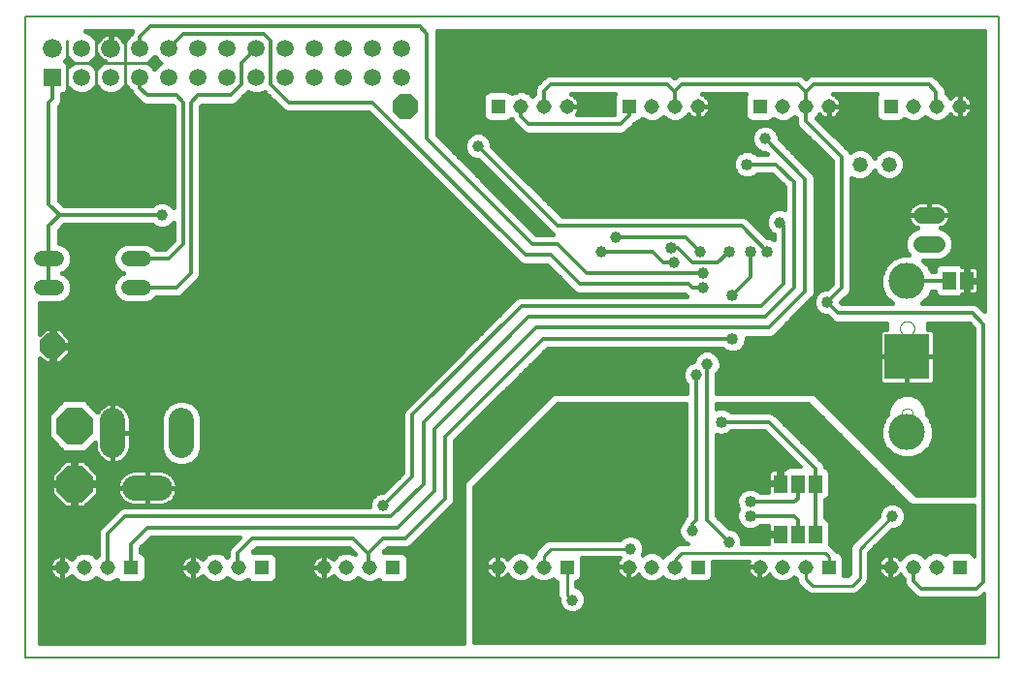
<source format=gbl>
G75*
%MOIN*%
%OFA0B0*%
%FSLAX25Y25*%
%IPPOS*%
%LPD*%
%AMOC8*
5,1,8,0,0,1.08239X$1,22.5*
%
%ADD10C,0.00500*%
%ADD11R,0.05937X0.05937*%
%ADD12C,0.06600*%
%ADD13C,0.05937*%
%ADD14C,0.00000*%
%ADD15C,0.05200*%
%ADD16R,0.15600X0.15600*%
%ADD17C,0.12500*%
%ADD18C,0.08600*%
%ADD19C,0.05200*%
%ADD20R,0.05150X0.05150*%
%ADD21C,0.05150*%
%ADD22OC8,0.08500*%
%ADD23OC8,0.12500*%
%ADD24R,0.04600X0.06300*%
%ADD25C,0.05600*%
%ADD26C,0.01000*%
%ADD27C,0.01600*%
%ADD28C,0.03962*%
%ADD29C,0.01200*%
%ADD30C,0.24803*%
%ADD31C,0.04000*%
D10*
X0001571Y0004010D02*
X0001571Y0224482D01*
X0336217Y0224482D01*
X0336217Y0004010D01*
X0001571Y0004010D01*
D11*
X0011020Y0203715D03*
D12*
X0011020Y0213715D03*
X0031020Y0213715D03*
D13*
X0041020Y0213715D03*
X0051020Y0213715D03*
X0061020Y0213715D03*
X0071020Y0213715D03*
X0081020Y0213715D03*
X0091020Y0213715D03*
X0101020Y0213715D03*
X0111020Y0213715D03*
X0121020Y0213715D03*
X0131020Y0213715D03*
X0131020Y0203715D03*
X0121020Y0203715D03*
X0111020Y0203715D03*
X0101020Y0203715D03*
X0091020Y0203715D03*
X0081020Y0203715D03*
X0071020Y0203715D03*
X0061020Y0203715D03*
X0051020Y0203715D03*
X0041020Y0203715D03*
X0031020Y0203715D03*
X0021020Y0203715D03*
X0021020Y0213715D03*
D14*
X0095739Y0074965D02*
X0095741Y0075118D01*
X0095747Y0075272D01*
X0095757Y0075425D01*
X0095771Y0075577D01*
X0095789Y0075730D01*
X0095811Y0075881D01*
X0095836Y0076032D01*
X0095866Y0076183D01*
X0095900Y0076333D01*
X0095937Y0076481D01*
X0095978Y0076629D01*
X0096023Y0076775D01*
X0096072Y0076921D01*
X0096125Y0077065D01*
X0096181Y0077207D01*
X0096241Y0077348D01*
X0096305Y0077488D01*
X0096372Y0077626D01*
X0096443Y0077762D01*
X0096518Y0077896D01*
X0096595Y0078028D01*
X0096677Y0078158D01*
X0096761Y0078286D01*
X0096849Y0078412D01*
X0096940Y0078535D01*
X0097034Y0078656D01*
X0097132Y0078774D01*
X0097232Y0078890D01*
X0097336Y0079003D01*
X0097442Y0079114D01*
X0097551Y0079222D01*
X0097663Y0079327D01*
X0097777Y0079428D01*
X0097895Y0079527D01*
X0098014Y0079623D01*
X0098136Y0079716D01*
X0098261Y0079805D01*
X0098388Y0079892D01*
X0098517Y0079974D01*
X0098648Y0080054D01*
X0098781Y0080130D01*
X0098916Y0080203D01*
X0099053Y0080272D01*
X0099192Y0080337D01*
X0099332Y0080399D01*
X0099474Y0080457D01*
X0099617Y0080512D01*
X0099762Y0080563D01*
X0099908Y0080610D01*
X0100055Y0080653D01*
X0100203Y0080692D01*
X0100352Y0080728D01*
X0100502Y0080759D01*
X0100653Y0080787D01*
X0100804Y0080811D01*
X0100957Y0080831D01*
X0101109Y0080847D01*
X0101262Y0080859D01*
X0101415Y0080867D01*
X0101568Y0080871D01*
X0101722Y0080871D01*
X0101875Y0080867D01*
X0102028Y0080859D01*
X0102181Y0080847D01*
X0102333Y0080831D01*
X0102486Y0080811D01*
X0102637Y0080787D01*
X0102788Y0080759D01*
X0102938Y0080728D01*
X0103087Y0080692D01*
X0103235Y0080653D01*
X0103382Y0080610D01*
X0103528Y0080563D01*
X0103673Y0080512D01*
X0103816Y0080457D01*
X0103958Y0080399D01*
X0104098Y0080337D01*
X0104237Y0080272D01*
X0104374Y0080203D01*
X0104509Y0080130D01*
X0104642Y0080054D01*
X0104773Y0079974D01*
X0104902Y0079892D01*
X0105029Y0079805D01*
X0105154Y0079716D01*
X0105276Y0079623D01*
X0105395Y0079527D01*
X0105513Y0079428D01*
X0105627Y0079327D01*
X0105739Y0079222D01*
X0105848Y0079114D01*
X0105954Y0079003D01*
X0106058Y0078890D01*
X0106158Y0078774D01*
X0106256Y0078656D01*
X0106350Y0078535D01*
X0106441Y0078412D01*
X0106529Y0078286D01*
X0106613Y0078158D01*
X0106695Y0078028D01*
X0106772Y0077896D01*
X0106847Y0077762D01*
X0106918Y0077626D01*
X0106985Y0077488D01*
X0107049Y0077348D01*
X0107109Y0077207D01*
X0107165Y0077065D01*
X0107218Y0076921D01*
X0107267Y0076775D01*
X0107312Y0076629D01*
X0107353Y0076481D01*
X0107390Y0076333D01*
X0107424Y0076183D01*
X0107454Y0076032D01*
X0107479Y0075881D01*
X0107501Y0075730D01*
X0107519Y0075577D01*
X0107533Y0075425D01*
X0107543Y0075272D01*
X0107549Y0075118D01*
X0107551Y0074965D01*
X0107549Y0074812D01*
X0107543Y0074658D01*
X0107533Y0074505D01*
X0107519Y0074353D01*
X0107501Y0074200D01*
X0107479Y0074049D01*
X0107454Y0073898D01*
X0107424Y0073747D01*
X0107390Y0073597D01*
X0107353Y0073449D01*
X0107312Y0073301D01*
X0107267Y0073155D01*
X0107218Y0073009D01*
X0107165Y0072865D01*
X0107109Y0072723D01*
X0107049Y0072582D01*
X0106985Y0072442D01*
X0106918Y0072304D01*
X0106847Y0072168D01*
X0106772Y0072034D01*
X0106695Y0071902D01*
X0106613Y0071772D01*
X0106529Y0071644D01*
X0106441Y0071518D01*
X0106350Y0071395D01*
X0106256Y0071274D01*
X0106158Y0071156D01*
X0106058Y0071040D01*
X0105954Y0070927D01*
X0105848Y0070816D01*
X0105739Y0070708D01*
X0105627Y0070603D01*
X0105513Y0070502D01*
X0105395Y0070403D01*
X0105276Y0070307D01*
X0105154Y0070214D01*
X0105029Y0070125D01*
X0104902Y0070038D01*
X0104773Y0069956D01*
X0104642Y0069876D01*
X0104509Y0069800D01*
X0104374Y0069727D01*
X0104237Y0069658D01*
X0104098Y0069593D01*
X0103958Y0069531D01*
X0103816Y0069473D01*
X0103673Y0069418D01*
X0103528Y0069367D01*
X0103382Y0069320D01*
X0103235Y0069277D01*
X0103087Y0069238D01*
X0102938Y0069202D01*
X0102788Y0069171D01*
X0102637Y0069143D01*
X0102486Y0069119D01*
X0102333Y0069099D01*
X0102181Y0069083D01*
X0102028Y0069071D01*
X0101875Y0069063D01*
X0101722Y0069059D01*
X0101568Y0069059D01*
X0101415Y0069063D01*
X0101262Y0069071D01*
X0101109Y0069083D01*
X0100957Y0069099D01*
X0100804Y0069119D01*
X0100653Y0069143D01*
X0100502Y0069171D01*
X0100352Y0069202D01*
X0100203Y0069238D01*
X0100055Y0069277D01*
X0099908Y0069320D01*
X0099762Y0069367D01*
X0099617Y0069418D01*
X0099474Y0069473D01*
X0099332Y0069531D01*
X0099192Y0069593D01*
X0099053Y0069658D01*
X0098916Y0069727D01*
X0098781Y0069800D01*
X0098648Y0069876D01*
X0098517Y0069956D01*
X0098388Y0070038D01*
X0098261Y0070125D01*
X0098136Y0070214D01*
X0098014Y0070307D01*
X0097895Y0070403D01*
X0097777Y0070502D01*
X0097663Y0070603D01*
X0097551Y0070708D01*
X0097442Y0070816D01*
X0097336Y0070927D01*
X0097232Y0071040D01*
X0097132Y0071156D01*
X0097034Y0071274D01*
X0096940Y0071395D01*
X0096849Y0071518D01*
X0096761Y0071644D01*
X0096677Y0071772D01*
X0096595Y0071902D01*
X0096518Y0072034D01*
X0096443Y0072168D01*
X0096372Y0072304D01*
X0096305Y0072442D01*
X0096241Y0072582D01*
X0096181Y0072723D01*
X0096125Y0072865D01*
X0096072Y0073009D01*
X0096023Y0073155D01*
X0095978Y0073301D01*
X0095937Y0073449D01*
X0095900Y0073597D01*
X0095866Y0073747D01*
X0095836Y0073898D01*
X0095811Y0074049D01*
X0095789Y0074200D01*
X0095771Y0074353D01*
X0095757Y0074505D01*
X0095747Y0074658D01*
X0095741Y0074812D01*
X0095739Y0074965D01*
X0302801Y0087701D02*
X0302803Y0087789D01*
X0302809Y0087877D01*
X0302819Y0087965D01*
X0302833Y0088053D01*
X0302850Y0088139D01*
X0302872Y0088225D01*
X0302897Y0088309D01*
X0302927Y0088393D01*
X0302959Y0088475D01*
X0302996Y0088555D01*
X0303036Y0088634D01*
X0303080Y0088711D01*
X0303127Y0088786D01*
X0303177Y0088858D01*
X0303231Y0088929D01*
X0303287Y0088996D01*
X0303347Y0089062D01*
X0303409Y0089124D01*
X0303475Y0089184D01*
X0303542Y0089240D01*
X0303613Y0089294D01*
X0303685Y0089344D01*
X0303760Y0089391D01*
X0303837Y0089435D01*
X0303916Y0089475D01*
X0303996Y0089512D01*
X0304078Y0089544D01*
X0304162Y0089574D01*
X0304246Y0089599D01*
X0304332Y0089621D01*
X0304418Y0089638D01*
X0304506Y0089652D01*
X0304594Y0089662D01*
X0304682Y0089668D01*
X0304770Y0089670D01*
X0304858Y0089668D01*
X0304946Y0089662D01*
X0305034Y0089652D01*
X0305122Y0089638D01*
X0305208Y0089621D01*
X0305294Y0089599D01*
X0305378Y0089574D01*
X0305462Y0089544D01*
X0305544Y0089512D01*
X0305624Y0089475D01*
X0305703Y0089435D01*
X0305780Y0089391D01*
X0305855Y0089344D01*
X0305927Y0089294D01*
X0305998Y0089240D01*
X0306065Y0089184D01*
X0306131Y0089124D01*
X0306193Y0089062D01*
X0306253Y0088996D01*
X0306309Y0088929D01*
X0306363Y0088858D01*
X0306413Y0088786D01*
X0306460Y0088711D01*
X0306504Y0088634D01*
X0306544Y0088555D01*
X0306581Y0088475D01*
X0306613Y0088393D01*
X0306643Y0088309D01*
X0306668Y0088225D01*
X0306690Y0088139D01*
X0306707Y0088053D01*
X0306721Y0087965D01*
X0306731Y0087877D01*
X0306737Y0087789D01*
X0306739Y0087701D01*
X0306737Y0087613D01*
X0306731Y0087525D01*
X0306721Y0087437D01*
X0306707Y0087349D01*
X0306690Y0087263D01*
X0306668Y0087177D01*
X0306643Y0087093D01*
X0306613Y0087009D01*
X0306581Y0086927D01*
X0306544Y0086847D01*
X0306504Y0086768D01*
X0306460Y0086691D01*
X0306413Y0086616D01*
X0306363Y0086544D01*
X0306309Y0086473D01*
X0306253Y0086406D01*
X0306193Y0086340D01*
X0306131Y0086278D01*
X0306065Y0086218D01*
X0305998Y0086162D01*
X0305927Y0086108D01*
X0305855Y0086058D01*
X0305780Y0086011D01*
X0305703Y0085967D01*
X0305624Y0085927D01*
X0305544Y0085890D01*
X0305462Y0085858D01*
X0305378Y0085828D01*
X0305294Y0085803D01*
X0305208Y0085781D01*
X0305122Y0085764D01*
X0305034Y0085750D01*
X0304946Y0085740D01*
X0304858Y0085734D01*
X0304770Y0085732D01*
X0304682Y0085734D01*
X0304594Y0085740D01*
X0304506Y0085750D01*
X0304418Y0085764D01*
X0304332Y0085781D01*
X0304246Y0085803D01*
X0304162Y0085828D01*
X0304078Y0085858D01*
X0303996Y0085890D01*
X0303916Y0085927D01*
X0303837Y0085967D01*
X0303760Y0086011D01*
X0303685Y0086058D01*
X0303613Y0086108D01*
X0303542Y0086162D01*
X0303475Y0086218D01*
X0303409Y0086278D01*
X0303347Y0086340D01*
X0303287Y0086406D01*
X0303231Y0086473D01*
X0303177Y0086544D01*
X0303127Y0086616D01*
X0303080Y0086691D01*
X0303036Y0086768D01*
X0302996Y0086847D01*
X0302959Y0086927D01*
X0302927Y0087009D01*
X0302897Y0087093D01*
X0302872Y0087177D01*
X0302850Y0087263D01*
X0302833Y0087349D01*
X0302819Y0087437D01*
X0302809Y0087525D01*
X0302803Y0087613D01*
X0302801Y0087701D01*
X0302309Y0117228D02*
X0302311Y0117327D01*
X0302317Y0117426D01*
X0302327Y0117525D01*
X0302341Y0117623D01*
X0302359Y0117720D01*
X0302381Y0117817D01*
X0302406Y0117913D01*
X0302436Y0118007D01*
X0302469Y0118101D01*
X0302506Y0118193D01*
X0302547Y0118283D01*
X0302591Y0118372D01*
X0302639Y0118458D01*
X0302690Y0118543D01*
X0302745Y0118626D01*
X0302803Y0118706D01*
X0302864Y0118784D01*
X0302928Y0118860D01*
X0302995Y0118933D01*
X0303065Y0119003D01*
X0303138Y0119070D01*
X0303214Y0119134D01*
X0303292Y0119195D01*
X0303372Y0119253D01*
X0303455Y0119308D01*
X0303539Y0119359D01*
X0303626Y0119407D01*
X0303715Y0119451D01*
X0303805Y0119492D01*
X0303897Y0119529D01*
X0303991Y0119562D01*
X0304085Y0119592D01*
X0304181Y0119617D01*
X0304278Y0119639D01*
X0304375Y0119657D01*
X0304473Y0119671D01*
X0304572Y0119681D01*
X0304671Y0119687D01*
X0304770Y0119689D01*
X0304869Y0119687D01*
X0304968Y0119681D01*
X0305067Y0119671D01*
X0305165Y0119657D01*
X0305262Y0119639D01*
X0305359Y0119617D01*
X0305455Y0119592D01*
X0305549Y0119562D01*
X0305643Y0119529D01*
X0305735Y0119492D01*
X0305825Y0119451D01*
X0305914Y0119407D01*
X0306000Y0119359D01*
X0306085Y0119308D01*
X0306168Y0119253D01*
X0306248Y0119195D01*
X0306326Y0119134D01*
X0306402Y0119070D01*
X0306475Y0119003D01*
X0306545Y0118933D01*
X0306612Y0118860D01*
X0306676Y0118784D01*
X0306737Y0118706D01*
X0306795Y0118626D01*
X0306850Y0118543D01*
X0306901Y0118459D01*
X0306949Y0118372D01*
X0306993Y0118283D01*
X0307034Y0118193D01*
X0307071Y0118101D01*
X0307104Y0118007D01*
X0307134Y0117913D01*
X0307159Y0117817D01*
X0307181Y0117720D01*
X0307199Y0117623D01*
X0307213Y0117525D01*
X0307223Y0117426D01*
X0307229Y0117327D01*
X0307231Y0117228D01*
X0307229Y0117129D01*
X0307223Y0117030D01*
X0307213Y0116931D01*
X0307199Y0116833D01*
X0307181Y0116736D01*
X0307159Y0116639D01*
X0307134Y0116543D01*
X0307104Y0116449D01*
X0307071Y0116355D01*
X0307034Y0116263D01*
X0306993Y0116173D01*
X0306949Y0116084D01*
X0306901Y0115998D01*
X0306850Y0115913D01*
X0306795Y0115830D01*
X0306737Y0115750D01*
X0306676Y0115672D01*
X0306612Y0115596D01*
X0306545Y0115523D01*
X0306475Y0115453D01*
X0306402Y0115386D01*
X0306326Y0115322D01*
X0306248Y0115261D01*
X0306168Y0115203D01*
X0306085Y0115148D01*
X0306001Y0115097D01*
X0305914Y0115049D01*
X0305825Y0115005D01*
X0305735Y0114964D01*
X0305643Y0114927D01*
X0305549Y0114894D01*
X0305455Y0114864D01*
X0305359Y0114839D01*
X0305262Y0114817D01*
X0305165Y0114799D01*
X0305067Y0114785D01*
X0304968Y0114775D01*
X0304869Y0114769D01*
X0304770Y0114767D01*
X0304671Y0114769D01*
X0304572Y0114775D01*
X0304473Y0114785D01*
X0304375Y0114799D01*
X0304278Y0114817D01*
X0304181Y0114839D01*
X0304085Y0114864D01*
X0303991Y0114894D01*
X0303897Y0114927D01*
X0303805Y0114964D01*
X0303715Y0115005D01*
X0303626Y0115049D01*
X0303540Y0115097D01*
X0303455Y0115148D01*
X0303372Y0115203D01*
X0303292Y0115261D01*
X0303214Y0115322D01*
X0303138Y0115386D01*
X0303065Y0115453D01*
X0302995Y0115523D01*
X0302928Y0115596D01*
X0302864Y0115672D01*
X0302803Y0115750D01*
X0302745Y0115830D01*
X0302690Y0115913D01*
X0302639Y0115997D01*
X0302591Y0116084D01*
X0302547Y0116173D01*
X0302506Y0116263D01*
X0302469Y0116355D01*
X0302436Y0116449D01*
X0302406Y0116543D01*
X0302381Y0116639D01*
X0302359Y0116736D01*
X0302341Y0116833D01*
X0302327Y0116931D01*
X0302317Y0117030D01*
X0302311Y0117129D01*
X0302309Y0117228D01*
X0311364Y0174965D02*
X0311366Y0175118D01*
X0311372Y0175272D01*
X0311382Y0175425D01*
X0311396Y0175577D01*
X0311414Y0175730D01*
X0311436Y0175881D01*
X0311461Y0176032D01*
X0311491Y0176183D01*
X0311525Y0176333D01*
X0311562Y0176481D01*
X0311603Y0176629D01*
X0311648Y0176775D01*
X0311697Y0176921D01*
X0311750Y0177065D01*
X0311806Y0177207D01*
X0311866Y0177348D01*
X0311930Y0177488D01*
X0311997Y0177626D01*
X0312068Y0177762D01*
X0312143Y0177896D01*
X0312220Y0178028D01*
X0312302Y0178158D01*
X0312386Y0178286D01*
X0312474Y0178412D01*
X0312565Y0178535D01*
X0312659Y0178656D01*
X0312757Y0178774D01*
X0312857Y0178890D01*
X0312961Y0179003D01*
X0313067Y0179114D01*
X0313176Y0179222D01*
X0313288Y0179327D01*
X0313402Y0179428D01*
X0313520Y0179527D01*
X0313639Y0179623D01*
X0313761Y0179716D01*
X0313886Y0179805D01*
X0314013Y0179892D01*
X0314142Y0179974D01*
X0314273Y0180054D01*
X0314406Y0180130D01*
X0314541Y0180203D01*
X0314678Y0180272D01*
X0314817Y0180337D01*
X0314957Y0180399D01*
X0315099Y0180457D01*
X0315242Y0180512D01*
X0315387Y0180563D01*
X0315533Y0180610D01*
X0315680Y0180653D01*
X0315828Y0180692D01*
X0315977Y0180728D01*
X0316127Y0180759D01*
X0316278Y0180787D01*
X0316429Y0180811D01*
X0316582Y0180831D01*
X0316734Y0180847D01*
X0316887Y0180859D01*
X0317040Y0180867D01*
X0317193Y0180871D01*
X0317347Y0180871D01*
X0317500Y0180867D01*
X0317653Y0180859D01*
X0317806Y0180847D01*
X0317958Y0180831D01*
X0318111Y0180811D01*
X0318262Y0180787D01*
X0318413Y0180759D01*
X0318563Y0180728D01*
X0318712Y0180692D01*
X0318860Y0180653D01*
X0319007Y0180610D01*
X0319153Y0180563D01*
X0319298Y0180512D01*
X0319441Y0180457D01*
X0319583Y0180399D01*
X0319723Y0180337D01*
X0319862Y0180272D01*
X0319999Y0180203D01*
X0320134Y0180130D01*
X0320267Y0180054D01*
X0320398Y0179974D01*
X0320527Y0179892D01*
X0320654Y0179805D01*
X0320779Y0179716D01*
X0320901Y0179623D01*
X0321020Y0179527D01*
X0321138Y0179428D01*
X0321252Y0179327D01*
X0321364Y0179222D01*
X0321473Y0179114D01*
X0321579Y0179003D01*
X0321683Y0178890D01*
X0321783Y0178774D01*
X0321881Y0178656D01*
X0321975Y0178535D01*
X0322066Y0178412D01*
X0322154Y0178286D01*
X0322238Y0178158D01*
X0322320Y0178028D01*
X0322397Y0177896D01*
X0322472Y0177762D01*
X0322543Y0177626D01*
X0322610Y0177488D01*
X0322674Y0177348D01*
X0322734Y0177207D01*
X0322790Y0177065D01*
X0322843Y0176921D01*
X0322892Y0176775D01*
X0322937Y0176629D01*
X0322978Y0176481D01*
X0323015Y0176333D01*
X0323049Y0176183D01*
X0323079Y0176032D01*
X0323104Y0175881D01*
X0323126Y0175730D01*
X0323144Y0175577D01*
X0323158Y0175425D01*
X0323168Y0175272D01*
X0323174Y0175118D01*
X0323176Y0174965D01*
X0323174Y0174812D01*
X0323168Y0174658D01*
X0323158Y0174505D01*
X0323144Y0174353D01*
X0323126Y0174200D01*
X0323104Y0174049D01*
X0323079Y0173898D01*
X0323049Y0173747D01*
X0323015Y0173597D01*
X0322978Y0173449D01*
X0322937Y0173301D01*
X0322892Y0173155D01*
X0322843Y0173009D01*
X0322790Y0172865D01*
X0322734Y0172723D01*
X0322674Y0172582D01*
X0322610Y0172442D01*
X0322543Y0172304D01*
X0322472Y0172168D01*
X0322397Y0172034D01*
X0322320Y0171902D01*
X0322238Y0171772D01*
X0322154Y0171644D01*
X0322066Y0171518D01*
X0321975Y0171395D01*
X0321881Y0171274D01*
X0321783Y0171156D01*
X0321683Y0171040D01*
X0321579Y0170927D01*
X0321473Y0170816D01*
X0321364Y0170708D01*
X0321252Y0170603D01*
X0321138Y0170502D01*
X0321020Y0170403D01*
X0320901Y0170307D01*
X0320779Y0170214D01*
X0320654Y0170125D01*
X0320527Y0170038D01*
X0320398Y0169956D01*
X0320267Y0169876D01*
X0320134Y0169800D01*
X0319999Y0169727D01*
X0319862Y0169658D01*
X0319723Y0169593D01*
X0319583Y0169531D01*
X0319441Y0169473D01*
X0319298Y0169418D01*
X0319153Y0169367D01*
X0319007Y0169320D01*
X0318860Y0169277D01*
X0318712Y0169238D01*
X0318563Y0169202D01*
X0318413Y0169171D01*
X0318262Y0169143D01*
X0318111Y0169119D01*
X0317958Y0169099D01*
X0317806Y0169083D01*
X0317653Y0169071D01*
X0317500Y0169063D01*
X0317347Y0169059D01*
X0317193Y0169059D01*
X0317040Y0169063D01*
X0316887Y0169071D01*
X0316734Y0169083D01*
X0316582Y0169099D01*
X0316429Y0169119D01*
X0316278Y0169143D01*
X0316127Y0169171D01*
X0315977Y0169202D01*
X0315828Y0169238D01*
X0315680Y0169277D01*
X0315533Y0169320D01*
X0315387Y0169367D01*
X0315242Y0169418D01*
X0315099Y0169473D01*
X0314957Y0169531D01*
X0314817Y0169593D01*
X0314678Y0169658D01*
X0314541Y0169727D01*
X0314406Y0169800D01*
X0314273Y0169876D01*
X0314142Y0169956D01*
X0314013Y0170038D01*
X0313886Y0170125D01*
X0313761Y0170214D01*
X0313639Y0170307D01*
X0313520Y0170403D01*
X0313402Y0170502D01*
X0313288Y0170603D01*
X0313176Y0170708D01*
X0313067Y0170816D01*
X0312961Y0170927D01*
X0312857Y0171040D01*
X0312757Y0171156D01*
X0312659Y0171274D01*
X0312565Y0171395D01*
X0312474Y0171518D01*
X0312386Y0171644D01*
X0312302Y0171772D01*
X0312220Y0171902D01*
X0312143Y0172034D01*
X0312068Y0172168D01*
X0311997Y0172304D01*
X0311930Y0172442D01*
X0311866Y0172582D01*
X0311806Y0172723D01*
X0311750Y0172865D01*
X0311697Y0173009D01*
X0311648Y0173155D01*
X0311603Y0173301D01*
X0311562Y0173449D01*
X0311525Y0173597D01*
X0311491Y0173747D01*
X0311461Y0173898D01*
X0311436Y0174049D01*
X0311414Y0174200D01*
X0311396Y0174353D01*
X0311382Y0174505D01*
X0311372Y0174658D01*
X0311366Y0174812D01*
X0311364Y0174965D01*
D15*
X0298520Y0173715D03*
X0288520Y0173715D03*
D16*
X0304770Y0107465D03*
D17*
X0304770Y0081465D03*
X0304770Y0133465D03*
D18*
X0055331Y0085515D02*
X0055331Y0076915D01*
X0047820Y0062317D02*
X0039220Y0062317D01*
X0031709Y0076915D02*
X0031709Y0085515D01*
D19*
X0037170Y0131215D02*
X0042370Y0131215D01*
X0042370Y0141215D02*
X0037170Y0141215D01*
X0012370Y0141215D02*
X0007170Y0141215D01*
X0007170Y0131215D02*
X0012370Y0131215D01*
D20*
X0037831Y0034965D03*
X0082831Y0034965D03*
X0127831Y0034965D03*
X0187831Y0034965D03*
X0232831Y0034965D03*
X0277831Y0034965D03*
X0322831Y0034965D03*
X0299209Y0193715D03*
X0254209Y0193715D03*
X0209209Y0193715D03*
X0164209Y0193715D03*
D21*
X0172083Y0193715D03*
X0179957Y0193715D03*
X0187831Y0193715D03*
X0217083Y0193715D03*
X0224957Y0193715D03*
X0232831Y0193715D03*
X0262083Y0193715D03*
X0269957Y0193715D03*
X0277831Y0193715D03*
X0307083Y0193715D03*
X0314957Y0193715D03*
X0322831Y0193715D03*
X0314957Y0034965D03*
X0307083Y0034965D03*
X0299209Y0034965D03*
X0269957Y0034965D03*
X0262083Y0034965D03*
X0254209Y0034965D03*
X0224957Y0034965D03*
X0217083Y0034965D03*
X0209209Y0034965D03*
X0179957Y0034965D03*
X0172083Y0034965D03*
X0164209Y0034965D03*
X0119957Y0034965D03*
X0112083Y0034965D03*
X0104209Y0034965D03*
X0074957Y0034965D03*
X0067083Y0034965D03*
X0059209Y0034965D03*
X0029957Y0034965D03*
X0022083Y0034965D03*
X0014209Y0034965D03*
D22*
X0011020Y0111215D03*
X0132270Y0193715D03*
D23*
X0018520Y0083715D03*
X0018520Y0063715D03*
D24*
X0261270Y0063715D03*
X0267270Y0063715D03*
X0273270Y0063715D03*
X0273270Y0046215D03*
X0267270Y0046215D03*
X0261270Y0046215D03*
X0319270Y0133715D03*
X0325270Y0133715D03*
D25*
X0315070Y0146215D02*
X0309470Y0146215D01*
X0309470Y0156215D02*
X0315070Y0156215D01*
D26*
X0299770Y0052465D02*
X0288520Y0041215D01*
X0288520Y0031215D01*
X0286020Y0028715D01*
X0272270Y0028715D01*
X0269957Y0031028D01*
X0269957Y0034965D01*
X0276645Y0039965D02*
X0277895Y0038715D01*
X0277895Y0035029D01*
X0277831Y0034965D01*
X0276645Y0039965D02*
X0227270Y0039965D01*
X0224957Y0037652D01*
X0224957Y0034965D01*
X0209770Y0041215D02*
X0182270Y0041215D01*
X0179957Y0038902D01*
X0179957Y0034965D01*
X0187831Y0034965D02*
X0187831Y0025654D01*
X0189770Y0023715D01*
X0036020Y0199965D02*
X0036020Y0216215D01*
X0026020Y0216215D02*
X0026020Y0208715D01*
X0026020Y0199965D01*
X0016020Y0199965D02*
X0016020Y0216215D01*
X0016020Y0208715D02*
X0026020Y0208715D01*
X0046020Y0208715D01*
X0048520Y0208715D01*
D27*
X0048017Y0208715D02*
X0047752Y0208605D01*
X0046129Y0206982D01*
X0046020Y0206717D01*
X0045910Y0206982D01*
X0044287Y0208605D01*
X0044022Y0208715D01*
X0044287Y0208824D01*
X0045910Y0210447D01*
X0046020Y0210712D01*
X0046129Y0210447D01*
X0047752Y0208824D01*
X0048017Y0208715D01*
X0047471Y0208324D02*
X0044568Y0208324D01*
X0045386Y0209923D02*
X0046654Y0209923D01*
X0046023Y0206726D02*
X0046016Y0206726D01*
X0037752Y0198824D02*
X0036129Y0200447D01*
X0036020Y0200712D01*
X0035910Y0200447D01*
X0034287Y0198824D01*
X0032167Y0197946D01*
X0029872Y0197946D01*
X0027752Y0198824D01*
X0026129Y0200447D01*
X0026020Y0200712D01*
X0025910Y0200447D01*
X0024287Y0198824D01*
X0022167Y0197946D01*
X0019872Y0197946D01*
X0017752Y0198824D01*
X0016671Y0199906D01*
X0016362Y0199160D01*
X0015574Y0198372D01*
X0014545Y0197946D01*
X0014420Y0197946D01*
X0014420Y0195538D01*
X0013902Y0194289D01*
X0013170Y0193556D01*
X0013170Y0161373D01*
X0014928Y0159615D01*
X0045158Y0159615D01*
X0045811Y0160268D01*
X0047569Y0160996D01*
X0049471Y0160996D01*
X0051228Y0160268D01*
X0052573Y0158923D01*
X0052620Y0158810D01*
X0052620Y0193556D01*
X0052111Y0194065D01*
X0042843Y0194065D01*
X0041594Y0194582D01*
X0039094Y0197082D01*
X0038137Y0198039D01*
X0037824Y0198794D01*
X0037752Y0198824D01*
X0037850Y0198733D02*
X0034067Y0198733D01*
X0035794Y0200331D02*
X0036245Y0200331D01*
X0039041Y0197134D02*
X0014420Y0197134D01*
X0014419Y0195536D02*
X0040640Y0195536D01*
X0052239Y0193937D02*
X0013551Y0193937D01*
X0013170Y0192339D02*
X0052620Y0192339D01*
X0052620Y0190740D02*
X0013170Y0190740D01*
X0013170Y0189142D02*
X0052620Y0189142D01*
X0052620Y0187543D02*
X0013170Y0187543D01*
X0013170Y0185945D02*
X0052620Y0185945D01*
X0052620Y0184346D02*
X0013170Y0184346D01*
X0013170Y0182748D02*
X0052620Y0182748D01*
X0052620Y0181149D02*
X0013170Y0181149D01*
X0013170Y0179551D02*
X0052620Y0179551D01*
X0052620Y0177952D02*
X0013170Y0177952D01*
X0013170Y0176354D02*
X0052620Y0176354D01*
X0052620Y0174755D02*
X0013170Y0174755D01*
X0013170Y0173157D02*
X0052620Y0173157D01*
X0052620Y0171558D02*
X0013170Y0171558D01*
X0013170Y0169960D02*
X0052620Y0169960D01*
X0052620Y0168361D02*
X0013170Y0168361D01*
X0013170Y0166763D02*
X0052620Y0166763D01*
X0052620Y0165164D02*
X0013170Y0165164D01*
X0013170Y0163566D02*
X0052620Y0163566D01*
X0052620Y0161967D02*
X0013170Y0161967D01*
X0014174Y0160369D02*
X0046055Y0160369D01*
X0050984Y0160369D02*
X0052620Y0160369D01*
X0052620Y0153619D02*
X0052620Y0147623D01*
X0049611Y0144615D01*
X0046606Y0144615D01*
X0045429Y0145792D01*
X0043444Y0146615D01*
X0036096Y0146615D01*
X0034111Y0145792D01*
X0032592Y0144273D01*
X0031770Y0142289D01*
X0031770Y0140140D01*
X0032592Y0138156D01*
X0034111Y0136637D01*
X0035130Y0136215D01*
X0034111Y0135792D01*
X0032592Y0134273D01*
X0031770Y0132289D01*
X0031770Y0130140D01*
X0032592Y0128156D01*
X0034111Y0126637D01*
X0036096Y0125815D01*
X0043444Y0125815D01*
X0045429Y0126637D01*
X0046606Y0127815D01*
X0054196Y0127815D01*
X0055446Y0128332D01*
X0056402Y0129289D01*
X0061402Y0134289D01*
X0061920Y0135538D01*
X0061920Y0193556D01*
X0062428Y0194065D01*
X0072946Y0194065D01*
X0074196Y0194582D01*
X0075152Y0195539D01*
X0078237Y0198623D01*
X0079872Y0197946D01*
X0082167Y0197946D01*
X0083802Y0198623D01*
X0084094Y0198332D01*
X0090344Y0192082D01*
X0091593Y0191565D01*
X0119611Y0191565D01*
X0171594Y0139582D01*
X0172843Y0139065D01*
X0180861Y0139065D01*
X0190344Y0129582D01*
X0191593Y0129065D01*
X0228361Y0129065D01*
X0229061Y0128365D01*
X0171593Y0128365D01*
X0170344Y0127847D01*
X0169387Y0126891D01*
X0131887Y0089391D01*
X0131370Y0088141D01*
X0131370Y0067623D01*
X0124742Y0060996D01*
X0123819Y0060996D01*
X0122061Y0060268D01*
X0120716Y0058923D01*
X0119989Y0057166D01*
X0119989Y0055865D01*
X0035343Y0055865D01*
X0034094Y0055347D01*
X0027074Y0048328D01*
X0026557Y0047078D01*
X0026557Y0039166D01*
X0026020Y0038629D01*
X0025127Y0039521D01*
X0023152Y0040339D01*
X0021014Y0040339D01*
X0019038Y0039521D01*
X0017526Y0038009D01*
X0017475Y0037885D01*
X0017059Y0038301D01*
X0016502Y0038706D01*
X0015888Y0039019D01*
X0015233Y0039232D01*
X0014553Y0039339D01*
X0014209Y0039339D01*
X0014209Y0034965D01*
X0014209Y0034965D01*
X0014209Y0039339D01*
X0013864Y0039339D01*
X0013184Y0039232D01*
X0012529Y0039019D01*
X0011916Y0038706D01*
X0011359Y0038301D01*
X0010872Y0037815D01*
X0010467Y0037257D01*
X0010154Y0036644D01*
X0009942Y0035989D01*
X0009834Y0035309D01*
X0009834Y0034965D01*
X0014209Y0034965D01*
X0014209Y0034964D01*
X0014209Y0030590D01*
X0014553Y0030590D01*
X0015233Y0030697D01*
X0015888Y0030910D01*
X0016502Y0031223D01*
X0017059Y0031628D01*
X0017475Y0032044D01*
X0017526Y0031920D01*
X0019038Y0030408D01*
X0021014Y0029590D01*
X0023152Y0029590D01*
X0025127Y0030408D01*
X0026020Y0031300D01*
X0026912Y0030408D01*
X0028888Y0029590D01*
X0031026Y0029590D01*
X0033001Y0030408D01*
X0033140Y0030546D01*
X0033670Y0030016D01*
X0034699Y0029590D01*
X0040962Y0029590D01*
X0041992Y0030016D01*
X0042779Y0030804D01*
X0043205Y0031833D01*
X0043205Y0038096D01*
X0042779Y0039125D01*
X0041992Y0039913D01*
X0041231Y0040228D01*
X0041231Y0041617D01*
X0044928Y0045315D01*
X0075311Y0045315D01*
X0071887Y0041891D01*
X0071370Y0040641D01*
X0071370Y0038979D01*
X0071020Y0038629D01*
X0070127Y0039521D01*
X0068152Y0040339D01*
X0066014Y0040339D01*
X0064038Y0039521D01*
X0062526Y0038009D01*
X0062475Y0037885D01*
X0062059Y0038301D01*
X0061502Y0038706D01*
X0060888Y0039019D01*
X0060233Y0039232D01*
X0059553Y0039339D01*
X0059209Y0039339D01*
X0059209Y0034965D01*
X0059209Y0034965D01*
X0059209Y0039339D01*
X0058864Y0039339D01*
X0058184Y0039232D01*
X0057529Y0039019D01*
X0056916Y0038706D01*
X0056359Y0038301D01*
X0055872Y0037815D01*
X0055467Y0037257D01*
X0055154Y0036644D01*
X0054942Y0035989D01*
X0054834Y0035309D01*
X0054834Y0034965D01*
X0059209Y0034965D01*
X0059209Y0034964D01*
X0059209Y0030590D01*
X0059553Y0030590D01*
X0060233Y0030697D01*
X0060888Y0030910D01*
X0061502Y0031223D01*
X0062059Y0031628D01*
X0062475Y0032044D01*
X0062526Y0031920D01*
X0064038Y0030408D01*
X0066014Y0029590D01*
X0068152Y0029590D01*
X0070127Y0030408D01*
X0071020Y0031300D01*
X0071912Y0030408D01*
X0073888Y0029590D01*
X0076026Y0029590D01*
X0078001Y0030408D01*
X0078140Y0030546D01*
X0078670Y0030016D01*
X0079699Y0029590D01*
X0085962Y0029590D01*
X0086992Y0030016D01*
X0087779Y0030804D01*
X0088205Y0031833D01*
X0088205Y0038096D01*
X0087779Y0039125D01*
X0086992Y0039913D01*
X0085962Y0040339D01*
X0079953Y0040339D01*
X0081178Y0041565D01*
X0112987Y0041565D01*
X0114963Y0039589D01*
X0113152Y0040339D01*
X0111014Y0040339D01*
X0109038Y0039521D01*
X0107526Y0038009D01*
X0107475Y0037885D01*
X0107059Y0038301D01*
X0106502Y0038706D01*
X0105888Y0039019D01*
X0105233Y0039232D01*
X0104553Y0039339D01*
X0104209Y0039339D01*
X0104209Y0034965D01*
X0104209Y0034965D01*
X0104209Y0039339D01*
X0103864Y0039339D01*
X0103184Y0039232D01*
X0102529Y0039019D01*
X0101916Y0038706D01*
X0101359Y0038301D01*
X0100872Y0037815D01*
X0100467Y0037257D01*
X0100154Y0036644D01*
X0099942Y0035989D01*
X0099834Y0035309D01*
X0099834Y0034965D01*
X0104209Y0034965D01*
X0104209Y0034964D01*
X0104209Y0030590D01*
X0104553Y0030590D01*
X0105233Y0030697D01*
X0105888Y0030910D01*
X0106502Y0031223D01*
X0107059Y0031628D01*
X0107475Y0032044D01*
X0107526Y0031920D01*
X0109038Y0030408D01*
X0111014Y0029590D01*
X0113152Y0029590D01*
X0115127Y0030408D01*
X0116020Y0031300D01*
X0116912Y0030408D01*
X0118888Y0029590D01*
X0121026Y0029590D01*
X0123001Y0030408D01*
X0123140Y0030546D01*
X0123670Y0030016D01*
X0124699Y0029590D01*
X0130962Y0029590D01*
X0131992Y0030016D01*
X0132779Y0030804D01*
X0133205Y0031833D01*
X0133205Y0038096D01*
X0132779Y0039125D01*
X0131992Y0039913D01*
X0130962Y0040339D01*
X0124953Y0040339D01*
X0126178Y0041565D01*
X0132946Y0041565D01*
X0134196Y0042082D01*
X0147946Y0055832D01*
X0148902Y0056789D01*
X0149420Y0058038D01*
X0149420Y0078556D01*
X0181178Y0110315D01*
X0241381Y0110315D01*
X0242051Y0109645D01*
X0243815Y0108915D01*
X0245724Y0108915D01*
X0247489Y0109645D01*
X0248839Y0110996D01*
X0249570Y0112760D01*
X0249570Y0114065D01*
X0257946Y0114065D01*
X0259196Y0114582D01*
X0271696Y0127082D01*
X0272652Y0128039D01*
X0273170Y0129288D01*
X0273170Y0169391D01*
X0272652Y0170641D01*
X0260801Y0182492D01*
X0260801Y0183416D01*
X0260073Y0185173D01*
X0258728Y0186518D01*
X0256971Y0187246D01*
X0255069Y0187246D01*
X0253311Y0186518D01*
X0251966Y0185173D01*
X0251239Y0183416D01*
X0251239Y0181514D01*
X0251966Y0179756D01*
X0253311Y0178411D01*
X0255069Y0177683D01*
X0255992Y0177683D01*
X0256561Y0177115D01*
X0253158Y0177115D01*
X0252489Y0177784D01*
X0250724Y0178515D01*
X0248815Y0178515D01*
X0247051Y0177784D01*
X0245700Y0176434D01*
X0244970Y0174669D01*
X0244970Y0172760D01*
X0245700Y0170996D01*
X0247051Y0169645D01*
X0248815Y0168915D01*
X0250724Y0168915D01*
X0252489Y0169645D01*
X0253158Y0170315D01*
X0258361Y0170315D01*
X0262620Y0166056D01*
X0262620Y0158227D01*
X0261971Y0158496D01*
X0260069Y0158496D01*
X0258311Y0157768D01*
X0256966Y0156423D01*
X0256239Y0154666D01*
X0256239Y0152764D01*
X0256966Y0151006D01*
X0258311Y0149661D01*
X0258870Y0149430D01*
X0258870Y0147988D01*
X0257599Y0148515D01*
X0256653Y0148515D01*
X0249821Y0155347D01*
X0248571Y0155865D01*
X0186178Y0155865D01*
X0162051Y0179992D01*
X0162051Y0180916D01*
X0161323Y0182673D01*
X0159978Y0184018D01*
X0158221Y0184746D01*
X0156319Y0184746D01*
X0154561Y0184018D01*
X0153216Y0182673D01*
X0152489Y0180916D01*
X0152489Y0179014D01*
X0153216Y0177256D01*
X0154561Y0175911D01*
X0156319Y0175183D01*
X0157242Y0175183D01*
X0181887Y0150539D01*
X0182811Y0149615D01*
X0177428Y0149615D01*
X0143170Y0183873D01*
X0143170Y0219391D01*
X0143153Y0219432D01*
X0331167Y0219432D01*
X0331167Y0123376D01*
X0329196Y0125347D01*
X0327946Y0125865D01*
X0309968Y0125865D01*
X0312442Y0128338D01*
X0313157Y0130065D01*
X0314170Y0130065D01*
X0314170Y0130008D01*
X0314596Y0128978D01*
X0315384Y0128191D01*
X0316413Y0127765D01*
X0322127Y0127765D01*
X0323156Y0128191D01*
X0323729Y0128765D01*
X0324920Y0128765D01*
X0324920Y0133364D01*
X0325620Y0133364D01*
X0325620Y0128765D01*
X0327807Y0128765D01*
X0328264Y0128887D01*
X0328675Y0129124D01*
X0329010Y0129459D01*
X0329247Y0129870D01*
X0329370Y0130328D01*
X0329370Y0133365D01*
X0325620Y0133365D01*
X0325620Y0134065D01*
X0324920Y0134065D01*
X0324920Y0138665D01*
X0323729Y0138665D01*
X0323156Y0139238D01*
X0322127Y0139665D01*
X0316413Y0139665D01*
X0315384Y0139238D01*
X0314596Y0138451D01*
X0314170Y0137422D01*
X0314170Y0136865D01*
X0313157Y0136865D01*
X0312442Y0138591D01*
X0310418Y0140615D01*
X0316184Y0140615D01*
X0318242Y0141467D01*
X0319817Y0143042D01*
X0320670Y0145101D01*
X0320670Y0147328D01*
X0319817Y0149387D01*
X0318242Y0150962D01*
X0316285Y0151773D01*
X0316835Y0151952D01*
X0317481Y0152280D01*
X0318066Y0152706D01*
X0318578Y0153218D01*
X0319004Y0153804D01*
X0319333Y0154449D01*
X0319556Y0155137D01*
X0319670Y0155853D01*
X0319670Y0156115D01*
X0312370Y0156115D01*
X0312370Y0156315D01*
X0312170Y0156315D01*
X0312170Y0160815D01*
X0309108Y0160815D01*
X0308393Y0160701D01*
X0307704Y0160478D01*
X0307059Y0160149D01*
X0306473Y0159723D01*
X0305961Y0159211D01*
X0305535Y0158625D01*
X0305207Y0157980D01*
X0304983Y0157292D01*
X0304870Y0156577D01*
X0304870Y0156315D01*
X0312170Y0156315D01*
X0312170Y0156115D01*
X0304870Y0156115D01*
X0304870Y0155853D01*
X0304983Y0155137D01*
X0305207Y0154449D01*
X0305535Y0153804D01*
X0305961Y0153218D01*
X0306473Y0152706D01*
X0307059Y0152280D01*
X0307704Y0151952D01*
X0308255Y0151773D01*
X0306298Y0150962D01*
X0304722Y0149387D01*
X0303870Y0147328D01*
X0303870Y0145101D01*
X0304722Y0143042D01*
X0305250Y0142515D01*
X0302970Y0142515D01*
X0299643Y0141137D01*
X0297097Y0138591D01*
X0295720Y0135265D01*
X0295720Y0131664D01*
X0297097Y0128338D01*
X0299571Y0125865D01*
X0282428Y0125865D01*
X0282078Y0126215D01*
X0285152Y0129289D01*
X0285670Y0130538D01*
X0285670Y0169050D01*
X0287446Y0168315D01*
X0289594Y0168315D01*
X0291579Y0169137D01*
X0293098Y0170656D01*
X0293520Y0171675D01*
X0293942Y0170656D01*
X0295461Y0169137D01*
X0297446Y0168315D01*
X0299594Y0168315D01*
X0301579Y0169137D01*
X0303098Y0170656D01*
X0303920Y0172640D01*
X0303920Y0174789D01*
X0303098Y0176773D01*
X0301579Y0178292D01*
X0299594Y0179115D01*
X0297446Y0179115D01*
X0295461Y0178292D01*
X0293942Y0176773D01*
X0293520Y0175754D01*
X0293098Y0176773D01*
X0291579Y0178292D01*
X0289594Y0179115D01*
X0287446Y0179115D01*
X0285461Y0178292D01*
X0285198Y0178030D01*
X0285152Y0178141D01*
X0273568Y0189725D01*
X0274513Y0190670D01*
X0274565Y0190794D01*
X0274981Y0190378D01*
X0275538Y0189973D01*
X0276151Y0189660D01*
X0276806Y0189447D01*
X0277486Y0189340D01*
X0277831Y0189340D01*
X0278175Y0189340D01*
X0278855Y0189447D01*
X0279510Y0189660D01*
X0280124Y0189973D01*
X0280681Y0190378D01*
X0281168Y0190865D01*
X0281572Y0191422D01*
X0281885Y0192035D01*
X0282098Y0192690D01*
X0282205Y0193370D01*
X0282205Y0193714D01*
X0277831Y0193714D01*
X0277831Y0189340D01*
X0277831Y0193714D01*
X0277831Y0193714D01*
X0277831Y0193715D01*
X0282205Y0193715D01*
X0282205Y0194059D01*
X0282098Y0194739D01*
X0281885Y0195394D01*
X0281572Y0196007D01*
X0281168Y0196565D01*
X0280681Y0197051D01*
X0280124Y0197456D01*
X0279510Y0197769D01*
X0279369Y0197815D01*
X0294235Y0197815D01*
X0293834Y0196846D01*
X0293834Y0190583D01*
X0294260Y0189554D01*
X0295048Y0188766D01*
X0296077Y0188340D01*
X0302340Y0188340D01*
X0303370Y0188766D01*
X0303900Y0189296D01*
X0304038Y0189158D01*
X0306014Y0188340D01*
X0308152Y0188340D01*
X0310127Y0189158D01*
X0311020Y0190050D01*
X0311912Y0189158D01*
X0313888Y0188340D01*
X0316026Y0188340D01*
X0318001Y0189158D01*
X0319513Y0190670D01*
X0319565Y0190794D01*
X0319981Y0190378D01*
X0320538Y0189973D01*
X0321151Y0189660D01*
X0321806Y0189447D01*
X0322486Y0189340D01*
X0322831Y0189340D01*
X0323175Y0189340D01*
X0323855Y0189447D01*
X0324510Y0189660D01*
X0325124Y0189973D01*
X0325681Y0190378D01*
X0326168Y0190865D01*
X0326572Y0191422D01*
X0326885Y0192035D01*
X0327098Y0192690D01*
X0327205Y0193370D01*
X0327205Y0193714D01*
X0322831Y0193714D01*
X0322831Y0189340D01*
X0322831Y0193714D01*
X0322831Y0193714D01*
X0322831Y0193715D01*
X0322831Y0193715D01*
X0322831Y0198089D01*
X0323175Y0198089D01*
X0323855Y0197982D01*
X0324510Y0197769D01*
X0325124Y0197456D01*
X0325681Y0197051D01*
X0326168Y0196565D01*
X0326572Y0196007D01*
X0326885Y0195394D01*
X0327098Y0194739D01*
X0327205Y0194059D01*
X0327205Y0193715D01*
X0322831Y0193715D01*
X0322831Y0198089D01*
X0322486Y0198089D01*
X0321806Y0197982D01*
X0321151Y0197769D01*
X0320538Y0197456D01*
X0319981Y0197051D01*
X0319565Y0196635D01*
X0319513Y0196759D01*
X0318170Y0198103D01*
X0318170Y0199391D01*
X0317652Y0200641D01*
X0315152Y0203141D01*
X0314196Y0204097D01*
X0312946Y0204615D01*
X0271967Y0204615D01*
X0270718Y0204097D01*
X0269957Y0203336D01*
X0269196Y0204097D01*
X0267946Y0204615D01*
X0226593Y0204615D01*
X0225344Y0204097D01*
X0224770Y0203523D01*
X0224196Y0204097D01*
X0222946Y0204615D01*
X0181593Y0204615D01*
X0180344Y0204097D01*
X0179387Y0203141D01*
X0177074Y0200828D01*
X0176557Y0199578D01*
X0176557Y0197916D01*
X0176020Y0197379D01*
X0175127Y0198271D01*
X0173152Y0199089D01*
X0171014Y0199089D01*
X0169038Y0198271D01*
X0168900Y0198133D01*
X0168370Y0198663D01*
X0167340Y0199089D01*
X0161077Y0199089D01*
X0160048Y0198663D01*
X0159260Y0197875D01*
X0158834Y0196846D01*
X0158834Y0190583D01*
X0159260Y0189554D01*
X0160048Y0188766D01*
X0161077Y0188340D01*
X0167340Y0188340D01*
X0168370Y0188766D01*
X0168799Y0189195D01*
X0169200Y0188226D01*
X0171887Y0185539D01*
X0172844Y0184582D01*
X0174093Y0184065D01*
X0206824Y0184065D01*
X0208074Y0184582D01*
X0211135Y0187643D01*
X0211831Y0188340D01*
X0212340Y0188340D01*
X0213370Y0188766D01*
X0213900Y0189296D01*
X0214038Y0189158D01*
X0216014Y0188340D01*
X0218152Y0188340D01*
X0220127Y0189158D01*
X0221020Y0190050D01*
X0221912Y0189158D01*
X0223888Y0188340D01*
X0226026Y0188340D01*
X0228001Y0189158D01*
X0229513Y0190670D01*
X0229565Y0190794D01*
X0229981Y0190378D01*
X0230538Y0189973D01*
X0231151Y0189660D01*
X0231806Y0189447D01*
X0232486Y0189340D01*
X0232831Y0189340D01*
X0233175Y0189340D01*
X0233855Y0189447D01*
X0234510Y0189660D01*
X0235124Y0189973D01*
X0235681Y0190378D01*
X0236168Y0190865D01*
X0236572Y0191422D01*
X0236885Y0192035D01*
X0237098Y0192690D01*
X0237205Y0193370D01*
X0237205Y0193714D01*
X0232831Y0193714D01*
X0232831Y0189340D01*
X0232831Y0193714D01*
X0232831Y0193714D01*
X0232831Y0193715D01*
X0237205Y0193715D01*
X0237205Y0194059D01*
X0237098Y0194739D01*
X0236885Y0195394D01*
X0236572Y0196007D01*
X0236168Y0196565D01*
X0235681Y0197051D01*
X0235124Y0197456D01*
X0234510Y0197769D01*
X0234369Y0197815D01*
X0249235Y0197815D01*
X0248834Y0196846D01*
X0248834Y0190583D01*
X0249260Y0189554D01*
X0250048Y0188766D01*
X0251077Y0188340D01*
X0257340Y0188340D01*
X0258370Y0188766D01*
X0258900Y0189296D01*
X0259038Y0189158D01*
X0261014Y0188340D01*
X0263152Y0188340D01*
X0265127Y0189158D01*
X0266020Y0190050D01*
X0266557Y0189513D01*
X0266557Y0187851D01*
X0267074Y0186602D01*
X0278870Y0174806D01*
X0278870Y0132623D01*
X0277261Y0131015D01*
X0276315Y0131015D01*
X0274551Y0130284D01*
X0273200Y0128934D01*
X0272470Y0127169D01*
X0272470Y0125260D01*
X0273200Y0123496D01*
X0274551Y0122145D01*
X0276315Y0121415D01*
X0277261Y0121415D01*
X0278137Y0120539D01*
X0279094Y0119582D01*
X0280343Y0119065D01*
X0297671Y0119065D01*
X0297509Y0118673D01*
X0297509Y0117065D01*
X0296733Y0117065D01*
X0296275Y0116942D01*
X0295864Y0116705D01*
X0295529Y0116370D01*
X0295292Y0115959D01*
X0295170Y0115502D01*
X0295170Y0107465D01*
X0304770Y0107465D01*
X0314370Y0107465D01*
X0314370Y0115502D01*
X0314247Y0115959D01*
X0314010Y0116370D01*
X0313675Y0116705D01*
X0313264Y0116942D01*
X0312807Y0117065D01*
X0312030Y0117065D01*
X0312030Y0118673D01*
X0311868Y0119065D01*
X0325861Y0119065D01*
X0327620Y0117306D01*
X0327620Y0059965D01*
X0307895Y0059965D01*
X0272895Y0094965D01*
X0239420Y0094965D01*
X0239420Y0101603D01*
X0240073Y0102256D01*
X0240801Y0104014D01*
X0240801Y0105916D01*
X0240073Y0107673D01*
X0238728Y0109018D01*
X0236971Y0109746D01*
X0235069Y0109746D01*
X0233311Y0109018D01*
X0231966Y0107673D01*
X0231262Y0105972D01*
X0229561Y0105268D01*
X0228216Y0103923D01*
X0227489Y0102166D01*
X0227489Y0100264D01*
X0228216Y0098506D01*
X0228870Y0097853D01*
X0228870Y0094965D01*
X0182895Y0094965D01*
X0152270Y0064340D01*
X0152270Y0009060D01*
X0006621Y0009060D01*
X0006621Y0107057D01*
X0008514Y0105165D01*
X0010520Y0105165D01*
X0010520Y0110714D01*
X0011520Y0110714D01*
X0011520Y0105165D01*
X0013526Y0105165D01*
X0017070Y0108709D01*
X0017070Y0110715D01*
X0011520Y0110715D01*
X0011520Y0111715D01*
X0010520Y0111715D01*
X0010520Y0117265D01*
X0008514Y0117265D01*
X0006621Y0115372D01*
X0006621Y0125815D01*
X0013444Y0125815D01*
X0015429Y0126637D01*
X0016948Y0128156D01*
X0017770Y0130140D01*
X0017770Y0132289D01*
X0016948Y0134273D01*
X0015429Y0135792D01*
X0014409Y0136215D01*
X0015429Y0136637D01*
X0016948Y0138156D01*
X0017770Y0140140D01*
X0017770Y0142289D01*
X0016948Y0144273D01*
X0015429Y0145792D01*
X0013444Y0146615D01*
X0013170Y0146615D01*
X0013170Y0151056D01*
X0014928Y0152815D01*
X0045158Y0152815D01*
X0045811Y0152161D01*
X0047569Y0151433D01*
X0049471Y0151433D01*
X0051228Y0152161D01*
X0052573Y0153506D01*
X0052620Y0153619D01*
X0052620Y0152376D02*
X0051443Y0152376D01*
X0052620Y0150778D02*
X0013170Y0150778D01*
X0013170Y0149179D02*
X0052620Y0149179D01*
X0052577Y0147581D02*
X0013170Y0147581D01*
X0014971Y0145982D02*
X0034569Y0145982D01*
X0032702Y0144384D02*
X0016837Y0144384D01*
X0017564Y0142785D02*
X0031975Y0142785D01*
X0031770Y0141187D02*
X0017770Y0141187D01*
X0017541Y0139588D02*
X0031998Y0139588D01*
X0032758Y0137990D02*
X0016781Y0137990D01*
X0014835Y0136391D02*
X0034704Y0136391D01*
X0033111Y0134792D02*
X0016428Y0134792D01*
X0017395Y0133194D02*
X0032145Y0133194D01*
X0031770Y0131595D02*
X0017770Y0131595D01*
X0017710Y0129997D02*
X0031829Y0129997D01*
X0032491Y0128398D02*
X0017048Y0128398D01*
X0015592Y0126800D02*
X0033948Y0126800D01*
X0045592Y0126800D02*
X0169297Y0126800D01*
X0167698Y0125201D02*
X0006621Y0125201D01*
X0006621Y0123603D02*
X0166100Y0123603D01*
X0164501Y0122004D02*
X0006621Y0122004D01*
X0006621Y0120406D02*
X0162903Y0120406D01*
X0161304Y0118807D02*
X0006621Y0118807D01*
X0006621Y0117209D02*
X0008458Y0117209D01*
X0010520Y0117209D02*
X0011520Y0117209D01*
X0011520Y0117265D02*
X0011520Y0111715D01*
X0017070Y0111715D01*
X0017070Y0113721D01*
X0013526Y0117265D01*
X0011520Y0117265D01*
X0011520Y0115610D02*
X0010520Y0115610D01*
X0010520Y0114012D02*
X0011520Y0114012D01*
X0011520Y0112413D02*
X0010520Y0112413D01*
X0011520Y0110815D02*
X0153312Y0110815D01*
X0154910Y0112413D02*
X0017070Y0112413D01*
X0016778Y0114012D02*
X0156509Y0114012D01*
X0158107Y0115610D02*
X0015180Y0115610D01*
X0013581Y0117209D02*
X0159706Y0117209D01*
X0151713Y0109216D02*
X0017070Y0109216D01*
X0015979Y0107618D02*
X0150115Y0107618D01*
X0148516Y0106019D02*
X0014380Y0106019D01*
X0011520Y0106019D02*
X0010520Y0106019D01*
X0010520Y0107618D02*
X0011520Y0107618D01*
X0011520Y0109216D02*
X0010520Y0109216D01*
X0007659Y0106019D02*
X0006621Y0106019D01*
X0006621Y0104421D02*
X0146918Y0104421D01*
X0145319Y0102822D02*
X0006621Y0102822D01*
X0006621Y0101224D02*
X0143721Y0101224D01*
X0142122Y0099625D02*
X0006621Y0099625D01*
X0006621Y0098027D02*
X0140524Y0098027D01*
X0138925Y0096428D02*
X0006621Y0096428D01*
X0006621Y0094830D02*
X0137327Y0094830D01*
X0135728Y0093231D02*
X0006621Y0093231D01*
X0006621Y0091633D02*
X0013639Y0091633D01*
X0014771Y0092765D02*
X0009470Y0087463D01*
X0009470Y0079966D01*
X0014771Y0074665D01*
X0022268Y0074665D01*
X0025609Y0078005D01*
X0025609Y0076434D01*
X0025759Y0075486D01*
X0026056Y0074573D01*
X0026491Y0073717D01*
X0027056Y0072941D01*
X0027735Y0072262D01*
X0028512Y0071697D01*
X0029367Y0071261D01*
X0030280Y0070965D01*
X0031229Y0070815D01*
X0031709Y0070815D01*
X0032189Y0070815D01*
X0033137Y0070965D01*
X0034050Y0071261D01*
X0034906Y0071697D01*
X0035683Y0072262D01*
X0036361Y0072941D01*
X0036926Y0073717D01*
X0037362Y0074573D01*
X0037658Y0075486D01*
X0037809Y0076434D01*
X0037809Y0081214D01*
X0031709Y0081214D01*
X0031709Y0070815D01*
X0031709Y0081214D01*
X0031709Y0081214D01*
X0031709Y0081215D01*
X0031709Y0081215D01*
X0031709Y0091615D01*
X0032189Y0091615D01*
X0033137Y0091464D01*
X0034050Y0091168D01*
X0034906Y0090732D01*
X0035683Y0090167D01*
X0036361Y0089488D01*
X0036926Y0088712D01*
X0037362Y0087856D01*
X0037658Y0086943D01*
X0037809Y0085995D01*
X0037809Y0081215D01*
X0031709Y0081215D01*
X0031709Y0091615D01*
X0031229Y0091615D01*
X0030280Y0091464D01*
X0029367Y0091168D01*
X0028512Y0090732D01*
X0027735Y0090167D01*
X0027056Y0089488D01*
X0026491Y0088712D01*
X0026434Y0088599D01*
X0022268Y0092765D01*
X0014771Y0092765D01*
X0012041Y0090034D02*
X0006621Y0090034D01*
X0006621Y0088436D02*
X0010442Y0088436D01*
X0009470Y0086837D02*
X0006621Y0086837D01*
X0006621Y0085239D02*
X0009470Y0085239D01*
X0009470Y0083640D02*
X0006621Y0083640D01*
X0006621Y0082042D02*
X0009470Y0082042D01*
X0009470Y0080443D02*
X0006621Y0080443D01*
X0006621Y0078845D02*
X0010591Y0078845D01*
X0012190Y0077246D02*
X0006621Y0077246D01*
X0006621Y0075648D02*
X0013788Y0075648D01*
X0015185Y0071765D02*
X0010470Y0067049D01*
X0010470Y0064215D01*
X0018020Y0064215D01*
X0018020Y0071765D01*
X0015185Y0071765D01*
X0014273Y0070852D02*
X0006621Y0070852D01*
X0006621Y0069254D02*
X0012674Y0069254D01*
X0011076Y0067655D02*
X0006621Y0067655D01*
X0006621Y0066057D02*
X0010470Y0066057D01*
X0010470Y0064458D02*
X0006621Y0064458D01*
X0006621Y0062859D02*
X0010470Y0062859D01*
X0010470Y0063215D02*
X0010470Y0060380D01*
X0015185Y0055665D01*
X0018020Y0055665D01*
X0018020Y0063214D01*
X0019020Y0063214D01*
X0019020Y0055665D01*
X0021854Y0055665D01*
X0026570Y0060380D01*
X0026570Y0063215D01*
X0019020Y0063215D01*
X0019020Y0064215D01*
X0018020Y0064215D01*
X0018020Y0063215D01*
X0010470Y0063215D01*
X0010470Y0061261D02*
X0006621Y0061261D01*
X0006621Y0059662D02*
X0011187Y0059662D01*
X0012786Y0058064D02*
X0006621Y0058064D01*
X0006621Y0056465D02*
X0014384Y0056465D01*
X0018020Y0056465D02*
X0019020Y0056465D01*
X0019020Y0058064D02*
X0018020Y0058064D01*
X0018020Y0059662D02*
X0019020Y0059662D01*
X0019020Y0061261D02*
X0018020Y0061261D01*
X0018020Y0062859D02*
X0019020Y0062859D01*
X0019020Y0064215D02*
X0026570Y0064215D01*
X0026570Y0067049D01*
X0021854Y0071765D01*
X0019020Y0071765D01*
X0019020Y0064215D01*
X0019020Y0064458D02*
X0018020Y0064458D01*
X0018020Y0066057D02*
X0019020Y0066057D01*
X0019020Y0067655D02*
X0018020Y0067655D01*
X0018020Y0069254D02*
X0019020Y0069254D01*
X0019020Y0070852D02*
X0018020Y0070852D01*
X0022767Y0070852D02*
X0030992Y0070852D01*
X0031709Y0070852D02*
X0031709Y0070852D01*
X0032425Y0070852D02*
X0051414Y0070852D01*
X0051309Y0070895D02*
X0053918Y0069815D01*
X0056743Y0069815D01*
X0059353Y0070895D01*
X0061350Y0072893D01*
X0062431Y0075502D01*
X0062431Y0086927D01*
X0061350Y0089536D01*
X0059353Y0091534D01*
X0056743Y0092615D01*
X0053918Y0092615D01*
X0051309Y0091534D01*
X0049312Y0089536D01*
X0048231Y0086927D01*
X0048231Y0075502D01*
X0049312Y0072893D01*
X0051309Y0070895D01*
X0049754Y0072451D02*
X0035871Y0072451D01*
X0037095Y0074049D02*
X0048833Y0074049D01*
X0048231Y0075648D02*
X0037684Y0075648D01*
X0037809Y0077246D02*
X0048231Y0077246D01*
X0048231Y0078845D02*
X0037809Y0078845D01*
X0037809Y0080443D02*
X0048231Y0080443D01*
X0048231Y0082042D02*
X0037809Y0082042D01*
X0037809Y0083640D02*
X0048231Y0083640D01*
X0048231Y0085239D02*
X0037809Y0085239D01*
X0037675Y0086837D02*
X0048231Y0086837D01*
X0048856Y0088436D02*
X0037066Y0088436D01*
X0035816Y0090034D02*
X0049809Y0090034D01*
X0051548Y0091633D02*
X0023400Y0091633D01*
X0024999Y0090034D02*
X0027602Y0090034D01*
X0031709Y0090034D02*
X0031709Y0090034D01*
X0031709Y0088436D02*
X0031709Y0088436D01*
X0031709Y0086837D02*
X0031709Y0086837D01*
X0031709Y0085239D02*
X0031709Y0085239D01*
X0031709Y0083640D02*
X0031709Y0083640D01*
X0031709Y0082042D02*
X0031709Y0082042D01*
X0031709Y0080443D02*
X0031709Y0080443D01*
X0031709Y0078845D02*
X0031709Y0078845D01*
X0031709Y0077246D02*
X0031709Y0077246D01*
X0031709Y0075648D02*
X0031709Y0075648D01*
X0031709Y0074049D02*
X0031709Y0074049D01*
X0031709Y0072451D02*
X0031709Y0072451D01*
X0027546Y0072451D02*
X0006621Y0072451D01*
X0006621Y0074049D02*
X0026323Y0074049D01*
X0025733Y0075648D02*
X0023251Y0075648D01*
X0024850Y0077246D02*
X0025609Y0077246D01*
X0024365Y0069254D02*
X0092580Y0069254D01*
X0093078Y0068391D02*
X0091669Y0070832D01*
X0090939Y0073555D01*
X0090939Y0076374D01*
X0091669Y0079097D01*
X0093078Y0081538D01*
X0095071Y0083531D01*
X0097512Y0084941D01*
X0100235Y0085670D01*
X0103054Y0085670D01*
X0105777Y0084941D01*
X0108218Y0083531D01*
X0110211Y0081538D01*
X0111621Y0079097D01*
X0112350Y0076374D01*
X0112350Y0073555D01*
X0111621Y0070832D01*
X0110211Y0068391D01*
X0108218Y0066398D01*
X0105777Y0064989D01*
X0103054Y0064259D01*
X0100235Y0064259D01*
X0097512Y0064989D01*
X0095071Y0066398D01*
X0093078Y0068391D01*
X0093814Y0067655D02*
X0050779Y0067655D01*
X0051017Y0067534D02*
X0050161Y0067970D01*
X0049248Y0068267D01*
X0048300Y0068417D01*
X0043520Y0068417D01*
X0043520Y0062317D01*
X0053920Y0062317D01*
X0053920Y0062797D01*
X0053769Y0063745D01*
X0053473Y0064659D01*
X0053037Y0065514D01*
X0052472Y0066291D01*
X0051794Y0066970D01*
X0051017Y0067534D01*
X0052643Y0066057D02*
X0095663Y0066057D01*
X0099493Y0064458D02*
X0053538Y0064458D01*
X0053910Y0062859D02*
X0126606Y0062859D01*
X0125008Y0061261D02*
X0053828Y0061261D01*
X0053769Y0060888D02*
X0053920Y0061837D01*
X0053920Y0062317D01*
X0043520Y0062317D01*
X0043520Y0062317D01*
X0043520Y0062317D01*
X0043520Y0056217D01*
X0048300Y0056217D01*
X0049248Y0056367D01*
X0050161Y0056664D01*
X0051017Y0057100D01*
X0051794Y0057664D01*
X0052472Y0058343D01*
X0053037Y0059120D01*
X0053473Y0059975D01*
X0053769Y0060888D01*
X0053313Y0059662D02*
X0121456Y0059662D01*
X0120361Y0058064D02*
X0052193Y0058064D01*
X0049551Y0056465D02*
X0119989Y0056465D01*
X0128205Y0064458D02*
X0103797Y0064458D01*
X0107626Y0066057D02*
X0129803Y0066057D01*
X0131370Y0067655D02*
X0109475Y0067655D01*
X0110709Y0069254D02*
X0131370Y0069254D01*
X0131370Y0070852D02*
X0111626Y0070852D01*
X0112054Y0072451D02*
X0131370Y0072451D01*
X0131370Y0074049D02*
X0112350Y0074049D01*
X0112350Y0075648D02*
X0131370Y0075648D01*
X0131370Y0077246D02*
X0112117Y0077246D01*
X0111688Y0078845D02*
X0131370Y0078845D01*
X0131370Y0080443D02*
X0110843Y0080443D01*
X0109707Y0082042D02*
X0131370Y0082042D01*
X0131370Y0083640D02*
X0108029Y0083640D01*
X0104664Y0085239D02*
X0131370Y0085239D01*
X0131370Y0086837D02*
X0062431Y0086837D01*
X0062431Y0085239D02*
X0098625Y0085239D01*
X0095260Y0083640D02*
X0062431Y0083640D01*
X0062431Y0082042D02*
X0093582Y0082042D01*
X0092446Y0080443D02*
X0062431Y0080443D01*
X0062431Y0078845D02*
X0091601Y0078845D01*
X0091173Y0077246D02*
X0062431Y0077246D01*
X0062431Y0075648D02*
X0090939Y0075648D01*
X0090939Y0074049D02*
X0061829Y0074049D01*
X0060908Y0072451D02*
X0091235Y0072451D01*
X0091663Y0070852D02*
X0059248Y0070852D01*
X0043520Y0068417D02*
X0043520Y0062317D01*
X0043520Y0062317D01*
X0043520Y0056217D01*
X0038740Y0056217D01*
X0037791Y0056367D01*
X0036878Y0056664D01*
X0036023Y0057100D01*
X0035246Y0057664D01*
X0034567Y0058343D01*
X0034002Y0059120D01*
X0033567Y0059975D01*
X0033270Y0060888D01*
X0033120Y0061837D01*
X0033120Y0062317D01*
X0043520Y0062317D01*
X0043520Y0062317D01*
X0033120Y0062317D01*
X0033120Y0062797D01*
X0033270Y0063745D01*
X0033567Y0064659D01*
X0034002Y0065514D01*
X0034567Y0066291D01*
X0035246Y0066970D01*
X0036023Y0067534D01*
X0036878Y0067970D01*
X0037791Y0068267D01*
X0038740Y0068417D01*
X0043520Y0068417D01*
X0043520Y0067655D02*
X0043520Y0067655D01*
X0043520Y0066057D02*
X0043520Y0066057D01*
X0043520Y0064458D02*
X0043520Y0064458D01*
X0043520Y0062859D02*
X0043520Y0062859D01*
X0043520Y0061261D02*
X0043520Y0061261D01*
X0043520Y0059662D02*
X0043520Y0059662D01*
X0043520Y0058064D02*
X0043520Y0058064D01*
X0043520Y0056465D02*
X0043520Y0056465D01*
X0037489Y0056465D02*
X0022655Y0056465D01*
X0024253Y0058064D02*
X0034846Y0058064D01*
X0033726Y0059662D02*
X0025852Y0059662D01*
X0026570Y0061261D02*
X0033211Y0061261D01*
X0033130Y0062859D02*
X0026570Y0062859D01*
X0026570Y0064458D02*
X0033501Y0064458D01*
X0034397Y0066057D02*
X0026570Y0066057D01*
X0025964Y0067655D02*
X0036260Y0067655D01*
X0033614Y0054867D02*
X0006621Y0054867D01*
X0006621Y0053268D02*
X0032015Y0053268D01*
X0030417Y0051670D02*
X0006621Y0051670D01*
X0006621Y0050071D02*
X0028818Y0050071D01*
X0027220Y0048473D02*
X0006621Y0048473D01*
X0006621Y0046874D02*
X0026557Y0046874D01*
X0026557Y0045276D02*
X0006621Y0045276D01*
X0006621Y0043677D02*
X0026557Y0043677D01*
X0026557Y0042079D02*
X0006621Y0042079D01*
X0006621Y0040480D02*
X0026557Y0040480D01*
X0026273Y0038882D02*
X0025767Y0038882D01*
X0018399Y0038882D02*
X0016157Y0038882D01*
X0014209Y0038882D02*
X0014209Y0038882D01*
X0014209Y0037283D02*
X0014209Y0037283D01*
X0014209Y0035685D02*
X0014209Y0035685D01*
X0014209Y0034964D02*
X0009834Y0034964D01*
X0009834Y0034620D01*
X0009942Y0033940D01*
X0010154Y0033285D01*
X0010467Y0032672D01*
X0010872Y0032115D01*
X0011359Y0031628D01*
X0011916Y0031223D01*
X0012529Y0030910D01*
X0013184Y0030697D01*
X0013864Y0030590D01*
X0014209Y0030590D01*
X0014209Y0034964D01*
X0014209Y0034964D01*
X0014209Y0034086D02*
X0014209Y0034086D01*
X0014209Y0032488D02*
X0014209Y0032488D01*
X0014209Y0030889D02*
X0014209Y0030889D01*
X0015823Y0030889D02*
X0018557Y0030889D01*
X0012594Y0030889D02*
X0006621Y0030889D01*
X0006621Y0029291D02*
X0152270Y0029291D01*
X0152270Y0030889D02*
X0132815Y0030889D01*
X0133205Y0032488D02*
X0152270Y0032488D01*
X0152270Y0034086D02*
X0133205Y0034086D01*
X0133205Y0035685D02*
X0152270Y0035685D01*
X0152270Y0037283D02*
X0133205Y0037283D01*
X0132880Y0038882D02*
X0152270Y0038882D01*
X0152270Y0040480D02*
X0125094Y0040480D01*
X0134188Y0042079D02*
X0152270Y0042079D01*
X0152270Y0043677D02*
X0135791Y0043677D01*
X0137389Y0045276D02*
X0152270Y0045276D01*
X0152270Y0046874D02*
X0138988Y0046874D01*
X0140586Y0048473D02*
X0152270Y0048473D01*
X0152270Y0050071D02*
X0142185Y0050071D01*
X0143783Y0051670D02*
X0152270Y0051670D01*
X0152270Y0053268D02*
X0145382Y0053268D01*
X0146980Y0054867D02*
X0152270Y0054867D01*
X0152270Y0056465D02*
X0148579Y0056465D01*
X0147946Y0055832D02*
X0147946Y0055832D01*
X0149420Y0058064D02*
X0152270Y0058064D01*
X0152270Y0059662D02*
X0149420Y0059662D01*
X0149420Y0061261D02*
X0152270Y0061261D01*
X0152270Y0062859D02*
X0149420Y0062859D01*
X0149420Y0064458D02*
X0152388Y0064458D01*
X0153987Y0066057D02*
X0149420Y0066057D01*
X0149420Y0067655D02*
X0155585Y0067655D01*
X0157184Y0069254D02*
X0149420Y0069254D01*
X0149420Y0070852D02*
X0158782Y0070852D01*
X0160381Y0072451D02*
X0149420Y0072451D01*
X0149420Y0074049D02*
X0161979Y0074049D01*
X0163578Y0075648D02*
X0149420Y0075648D01*
X0149420Y0077246D02*
X0165176Y0077246D01*
X0166775Y0078845D02*
X0149708Y0078845D01*
X0151307Y0080443D02*
X0168373Y0080443D01*
X0169972Y0082042D02*
X0152905Y0082042D01*
X0154504Y0083640D02*
X0171570Y0083640D01*
X0173169Y0085239D02*
X0156102Y0085239D01*
X0157701Y0086837D02*
X0174767Y0086837D01*
X0176366Y0088436D02*
X0159299Y0088436D01*
X0160898Y0090034D02*
X0177964Y0090034D01*
X0179563Y0091633D02*
X0162496Y0091633D01*
X0164095Y0093231D02*
X0181161Y0093231D01*
X0182760Y0094830D02*
X0165693Y0094830D01*
X0167292Y0096428D02*
X0228870Y0096428D01*
X0228696Y0098027D02*
X0168890Y0098027D01*
X0170489Y0099625D02*
X0227753Y0099625D01*
X0227489Y0101224D02*
X0172087Y0101224D01*
X0173686Y0102822D02*
X0227761Y0102822D01*
X0228714Y0104421D02*
X0175284Y0104421D01*
X0176883Y0106019D02*
X0231282Y0106019D01*
X0231944Y0107618D02*
X0178481Y0107618D01*
X0180080Y0109216D02*
X0233791Y0109216D01*
X0238249Y0109216D02*
X0243086Y0109216D01*
X0246453Y0109216D02*
X0295170Y0109216D01*
X0295170Y0107618D02*
X0240096Y0107618D01*
X0240758Y0106019D02*
X0295170Y0106019D01*
X0295170Y0107464D02*
X0295170Y0099428D01*
X0295292Y0098970D01*
X0295529Y0098559D01*
X0295864Y0098224D01*
X0296275Y0097987D01*
X0296733Y0097865D01*
X0304770Y0097865D01*
X0312807Y0097865D01*
X0313264Y0097987D01*
X0313675Y0098224D01*
X0314010Y0098559D01*
X0314247Y0098970D01*
X0314370Y0099428D01*
X0314370Y0107464D01*
X0304770Y0107464D01*
X0304770Y0097865D01*
X0304770Y0107464D01*
X0304770Y0107464D01*
X0304770Y0107465D01*
X0304770Y0107464D01*
X0295170Y0107464D01*
X0295170Y0104421D02*
X0240801Y0104421D01*
X0240307Y0102822D02*
X0295170Y0102822D01*
X0295170Y0101224D02*
X0239420Y0101224D01*
X0239420Y0099625D02*
X0295170Y0099625D01*
X0296206Y0098027D02*
X0239420Y0098027D01*
X0239420Y0096428D02*
X0327620Y0096428D01*
X0327620Y0094830D02*
X0273030Y0094830D01*
X0274628Y0093231D02*
X0300728Y0093231D01*
X0300936Y0093439D02*
X0299032Y0091535D01*
X0298001Y0089047D01*
X0298001Y0087495D01*
X0297097Y0086591D01*
X0295720Y0083265D01*
X0295720Y0079664D01*
X0297097Y0076338D01*
X0299643Y0073792D01*
X0302970Y0072415D01*
X0306570Y0072415D01*
X0309896Y0073792D01*
X0312442Y0076338D01*
X0313820Y0079664D01*
X0313820Y0083265D01*
X0312442Y0086591D01*
X0311538Y0087495D01*
X0311538Y0089047D01*
X0310508Y0091535D01*
X0308604Y0093439D01*
X0306116Y0094469D01*
X0303423Y0094469D01*
X0300936Y0093439D01*
X0299129Y0091633D02*
X0276227Y0091633D01*
X0277825Y0090034D02*
X0298410Y0090034D01*
X0298001Y0088436D02*
X0279424Y0088436D01*
X0281022Y0086837D02*
X0297344Y0086837D01*
X0296537Y0085239D02*
X0282621Y0085239D01*
X0284219Y0083640D02*
X0295875Y0083640D01*
X0295720Y0082042D02*
X0285818Y0082042D01*
X0287416Y0080443D02*
X0295720Y0080443D01*
X0296059Y0078845D02*
X0289015Y0078845D01*
X0290613Y0077246D02*
X0296721Y0077246D01*
X0297788Y0075648D02*
X0292212Y0075648D01*
X0293810Y0074049D02*
X0299387Y0074049D01*
X0302883Y0072451D02*
X0295409Y0072451D01*
X0297007Y0070852D02*
X0327620Y0070852D01*
X0327620Y0069254D02*
X0298606Y0069254D01*
X0300204Y0067655D02*
X0327620Y0067655D01*
X0327620Y0066057D02*
X0301803Y0066057D01*
X0303401Y0064458D02*
X0327620Y0064458D01*
X0327620Y0062859D02*
X0305000Y0062859D01*
X0306598Y0061261D02*
X0327620Y0061261D01*
X0327620Y0072451D02*
X0306657Y0072451D01*
X0310153Y0074049D02*
X0327620Y0074049D01*
X0327620Y0075648D02*
X0311751Y0075648D01*
X0312818Y0077246D02*
X0327620Y0077246D01*
X0327620Y0078845D02*
X0313480Y0078845D01*
X0313820Y0080443D02*
X0327620Y0080443D01*
X0327620Y0082042D02*
X0313820Y0082042D01*
X0313664Y0083640D02*
X0327620Y0083640D01*
X0327620Y0085239D02*
X0313002Y0085239D01*
X0312196Y0086837D02*
X0327620Y0086837D01*
X0327620Y0088436D02*
X0311538Y0088436D01*
X0311129Y0090034D02*
X0327620Y0090034D01*
X0327620Y0091633D02*
X0310410Y0091633D01*
X0308811Y0093231D02*
X0327620Y0093231D01*
X0327620Y0098027D02*
X0313333Y0098027D01*
X0314370Y0099625D02*
X0327620Y0099625D01*
X0327620Y0101224D02*
X0314370Y0101224D01*
X0314370Y0102822D02*
X0327620Y0102822D01*
X0327620Y0104421D02*
X0314370Y0104421D01*
X0314370Y0106019D02*
X0327620Y0106019D01*
X0327620Y0107618D02*
X0314370Y0107618D01*
X0314370Y0109216D02*
X0327620Y0109216D01*
X0327620Y0110815D02*
X0314370Y0110815D01*
X0314370Y0112413D02*
X0327620Y0112413D01*
X0327620Y0114012D02*
X0314370Y0114012D01*
X0314341Y0115610D02*
X0327620Y0115610D01*
X0327620Y0117209D02*
X0312030Y0117209D01*
X0311974Y0118807D02*
X0326119Y0118807D01*
X0330940Y0123603D02*
X0331167Y0123603D01*
X0331167Y0125201D02*
X0329341Y0125201D01*
X0331167Y0126800D02*
X0310904Y0126800D01*
X0312467Y0128398D02*
X0315176Y0128398D01*
X0314174Y0129997D02*
X0313129Y0129997D01*
X0323363Y0128398D02*
X0331167Y0128398D01*
X0331167Y0129997D02*
X0329281Y0129997D01*
X0329370Y0131595D02*
X0331167Y0131595D01*
X0331167Y0133194D02*
X0329370Y0133194D01*
X0329370Y0134065D02*
X0329370Y0137102D01*
X0329247Y0137559D01*
X0329010Y0137970D01*
X0328675Y0138305D01*
X0328264Y0138542D01*
X0327807Y0138665D01*
X0325620Y0138665D01*
X0325620Y0134065D01*
X0329370Y0134065D01*
X0329370Y0134792D02*
X0331167Y0134792D01*
X0331167Y0136391D02*
X0329370Y0136391D01*
X0328990Y0137990D02*
X0331167Y0137990D01*
X0331167Y0139588D02*
X0322311Y0139588D01*
X0324920Y0137990D02*
X0325620Y0137990D01*
X0325620Y0136391D02*
X0324920Y0136391D01*
X0324920Y0134792D02*
X0325620Y0134792D01*
X0325620Y0133194D02*
X0324920Y0133194D01*
X0324920Y0131595D02*
X0325620Y0131595D01*
X0325620Y0129997D02*
X0324920Y0129997D01*
X0314405Y0137990D02*
X0312691Y0137990D01*
X0311445Y0139588D02*
X0316228Y0139588D01*
X0317564Y0141187D02*
X0331167Y0141187D01*
X0331167Y0142785D02*
X0319560Y0142785D01*
X0320373Y0144384D02*
X0331167Y0144384D01*
X0331167Y0145982D02*
X0320670Y0145982D01*
X0320565Y0147581D02*
X0331167Y0147581D01*
X0331167Y0149179D02*
X0319903Y0149179D01*
X0318426Y0150778D02*
X0331167Y0150778D01*
X0331167Y0152376D02*
X0317612Y0152376D01*
X0319091Y0153975D02*
X0331167Y0153975D01*
X0331167Y0155573D02*
X0319625Y0155573D01*
X0319670Y0156315D02*
X0319670Y0156577D01*
X0319556Y0157292D01*
X0319333Y0157980D01*
X0319004Y0158625D01*
X0318578Y0159211D01*
X0318066Y0159723D01*
X0317481Y0160149D01*
X0316835Y0160478D01*
X0316147Y0160701D01*
X0315432Y0160815D01*
X0312370Y0160815D01*
X0312370Y0156315D01*
X0319670Y0156315D01*
X0319575Y0157172D02*
X0331167Y0157172D01*
X0331167Y0158770D02*
X0318899Y0158770D01*
X0317049Y0160369D02*
X0331167Y0160369D01*
X0331167Y0161967D02*
X0285670Y0161967D01*
X0285670Y0160369D02*
X0307490Y0160369D01*
X0305641Y0158770D02*
X0285670Y0158770D01*
X0285670Y0157172D02*
X0304964Y0157172D01*
X0304914Y0155573D02*
X0285670Y0155573D01*
X0285670Y0153975D02*
X0305448Y0153975D01*
X0306927Y0152376D02*
X0285670Y0152376D01*
X0285670Y0150778D02*
X0306113Y0150778D01*
X0304636Y0149179D02*
X0285670Y0149179D01*
X0285670Y0147581D02*
X0303974Y0147581D01*
X0303870Y0145982D02*
X0285670Y0145982D01*
X0285670Y0144384D02*
X0304167Y0144384D01*
X0304980Y0142785D02*
X0285670Y0142785D01*
X0285670Y0141187D02*
X0299763Y0141187D01*
X0298095Y0139588D02*
X0285670Y0139588D01*
X0285670Y0137990D02*
X0296848Y0137990D01*
X0296186Y0136391D02*
X0285670Y0136391D01*
X0285670Y0134792D02*
X0295720Y0134792D01*
X0295720Y0133194D02*
X0285670Y0133194D01*
X0285670Y0131595D02*
X0295748Y0131595D01*
X0296410Y0129997D02*
X0285445Y0129997D01*
X0284262Y0128398D02*
X0297072Y0128398D01*
X0298636Y0126800D02*
X0282663Y0126800D01*
X0277842Y0131595D02*
X0273170Y0131595D01*
X0273170Y0129997D02*
X0274264Y0129997D01*
X0272979Y0128398D02*
X0272801Y0128398D01*
X0272470Y0126800D02*
X0271413Y0126800D01*
X0272494Y0125201D02*
X0269815Y0125201D01*
X0268216Y0123603D02*
X0273156Y0123603D01*
X0274891Y0122004D02*
X0266618Y0122004D01*
X0265019Y0120406D02*
X0278270Y0120406D01*
X0263421Y0118807D02*
X0297565Y0118807D01*
X0297509Y0117209D02*
X0261822Y0117209D01*
X0260224Y0115610D02*
X0295199Y0115610D01*
X0295170Y0114012D02*
X0249570Y0114012D01*
X0249426Y0112413D02*
X0295170Y0112413D01*
X0295170Y0110815D02*
X0248658Y0110815D01*
X0229027Y0128398D02*
X0055512Y0128398D01*
X0057110Y0129997D02*
X0189929Y0129997D01*
X0188330Y0131595D02*
X0058709Y0131595D01*
X0060307Y0133194D02*
X0186732Y0133194D01*
X0185133Y0134792D02*
X0061611Y0134792D01*
X0061920Y0136391D02*
X0183535Y0136391D01*
X0181936Y0137990D02*
X0061920Y0137990D01*
X0061920Y0139588D02*
X0171588Y0139588D01*
X0169989Y0141187D02*
X0061920Y0141187D01*
X0061920Y0142785D02*
X0168391Y0142785D01*
X0166792Y0144384D02*
X0061920Y0144384D01*
X0061920Y0145982D02*
X0165194Y0145982D01*
X0163595Y0147581D02*
X0061920Y0147581D01*
X0061920Y0149179D02*
X0161997Y0149179D01*
X0160398Y0150778D02*
X0061920Y0150778D01*
X0061920Y0152376D02*
X0158800Y0152376D01*
X0157201Y0153975D02*
X0061920Y0153975D01*
X0061920Y0155573D02*
X0155603Y0155573D01*
X0154004Y0157172D02*
X0061920Y0157172D01*
X0061920Y0158770D02*
X0152406Y0158770D01*
X0150807Y0160369D02*
X0061920Y0160369D01*
X0061920Y0161967D02*
X0149209Y0161967D01*
X0147610Y0163566D02*
X0061920Y0163566D01*
X0061920Y0165164D02*
X0146012Y0165164D01*
X0144413Y0166763D02*
X0061920Y0166763D01*
X0061920Y0168361D02*
X0142815Y0168361D01*
X0141216Y0169960D02*
X0061920Y0169960D01*
X0061920Y0171558D02*
X0139618Y0171558D01*
X0138019Y0173157D02*
X0061920Y0173157D01*
X0061920Y0174755D02*
X0136421Y0174755D01*
X0134822Y0176354D02*
X0061920Y0176354D01*
X0061920Y0177952D02*
X0133224Y0177952D01*
X0131625Y0179551D02*
X0061920Y0179551D01*
X0061920Y0181149D02*
X0130027Y0181149D01*
X0128428Y0182748D02*
X0061920Y0182748D01*
X0061920Y0184346D02*
X0126830Y0184346D01*
X0125231Y0185945D02*
X0061920Y0185945D01*
X0061920Y0187543D02*
X0123633Y0187543D01*
X0122034Y0189142D02*
X0061920Y0189142D01*
X0061920Y0190740D02*
X0120436Y0190740D01*
X0143170Y0190740D02*
X0158834Y0190740D01*
X0158834Y0192339D02*
X0143170Y0192339D01*
X0143170Y0193937D02*
X0158834Y0193937D01*
X0158834Y0195536D02*
X0143170Y0195536D01*
X0143170Y0197134D02*
X0158953Y0197134D01*
X0160216Y0198733D02*
X0143170Y0198733D01*
X0143170Y0200331D02*
X0176869Y0200331D01*
X0176557Y0198733D02*
X0174012Y0198733D01*
X0170153Y0198733D02*
X0168201Y0198733D01*
X0178177Y0201930D02*
X0143170Y0201930D01*
X0143170Y0203528D02*
X0179775Y0203528D01*
X0189369Y0197815D02*
X0204235Y0197815D01*
X0203834Y0196846D01*
X0203834Y0190865D01*
X0191168Y0190865D01*
X0191168Y0190865D01*
X0191572Y0191422D01*
X0191885Y0192035D01*
X0192098Y0192690D01*
X0192205Y0193370D01*
X0192205Y0193714D01*
X0187831Y0193714D01*
X0187831Y0193715D01*
X0192205Y0193715D01*
X0192205Y0194059D01*
X0192098Y0194739D01*
X0191885Y0195394D01*
X0191572Y0196007D01*
X0191168Y0196565D01*
X0190681Y0197051D01*
X0190124Y0197456D01*
X0189510Y0197769D01*
X0189369Y0197815D01*
X0190567Y0197134D02*
X0203953Y0197134D01*
X0203834Y0195536D02*
X0191813Y0195536D01*
X0192205Y0193937D02*
X0203834Y0193937D01*
X0203834Y0192339D02*
X0191984Y0192339D01*
X0207504Y0184346D02*
X0251624Y0184346D01*
X0251239Y0182748D02*
X0161248Y0182748D01*
X0161954Y0181149D02*
X0251389Y0181149D01*
X0252172Y0179551D02*
X0162492Y0179551D01*
X0164090Y0177952D02*
X0247458Y0177952D01*
X0245667Y0176354D02*
X0165689Y0176354D01*
X0167287Y0174755D02*
X0245005Y0174755D01*
X0244970Y0173157D02*
X0168886Y0173157D01*
X0170484Y0171558D02*
X0245467Y0171558D01*
X0246736Y0169960D02*
X0172083Y0169960D01*
X0173681Y0168361D02*
X0260315Y0168361D01*
X0261913Y0166763D02*
X0175280Y0166763D01*
X0176878Y0165164D02*
X0262620Y0165164D01*
X0262620Y0163566D02*
X0178477Y0163566D01*
X0180075Y0161967D02*
X0262620Y0161967D01*
X0262620Y0160369D02*
X0181674Y0160369D01*
X0183272Y0158770D02*
X0262620Y0158770D01*
X0257715Y0157172D02*
X0184871Y0157172D01*
X0180050Y0152376D02*
X0174666Y0152376D01*
X0173068Y0153975D02*
X0178451Y0153975D01*
X0176853Y0155573D02*
X0171469Y0155573D01*
X0169871Y0157172D02*
X0175254Y0157172D01*
X0173656Y0158770D02*
X0168272Y0158770D01*
X0166674Y0160369D02*
X0172057Y0160369D01*
X0170459Y0161967D02*
X0165075Y0161967D01*
X0163477Y0163566D02*
X0168860Y0163566D01*
X0167262Y0165164D02*
X0161878Y0165164D01*
X0160280Y0166763D02*
X0165663Y0166763D01*
X0164065Y0168361D02*
X0158681Y0168361D01*
X0157083Y0169960D02*
X0162466Y0169960D01*
X0160868Y0171558D02*
X0155484Y0171558D01*
X0153886Y0173157D02*
X0159269Y0173157D01*
X0157671Y0174755D02*
X0152287Y0174755D01*
X0150689Y0176354D02*
X0154119Y0176354D01*
X0152928Y0177952D02*
X0149090Y0177952D01*
X0147492Y0179551D02*
X0152489Y0179551D01*
X0152585Y0181149D02*
X0145893Y0181149D01*
X0144295Y0182748D02*
X0153291Y0182748D01*
X0155355Y0184346D02*
X0143170Y0184346D01*
X0143170Y0185945D02*
X0171481Y0185945D01*
X0169883Y0187543D02*
X0143170Y0187543D01*
X0143170Y0189142D02*
X0159672Y0189142D01*
X0159185Y0184346D02*
X0173413Y0184346D01*
X0168821Y0189142D02*
X0168745Y0189142D01*
X0143170Y0205127D02*
X0331167Y0205127D01*
X0331167Y0206726D02*
X0143170Y0206726D01*
X0143170Y0208324D02*
X0331167Y0208324D01*
X0331167Y0209923D02*
X0143170Y0209923D01*
X0143170Y0211521D02*
X0331167Y0211521D01*
X0331167Y0213120D02*
X0143170Y0213120D01*
X0143170Y0214718D02*
X0331167Y0214718D01*
X0331167Y0216317D02*
X0143170Y0216317D01*
X0143170Y0217915D02*
X0331167Y0217915D01*
X0331167Y0203528D02*
X0314764Y0203528D01*
X0316363Y0201930D02*
X0331167Y0201930D01*
X0331167Y0200331D02*
X0317780Y0200331D01*
X0318170Y0198733D02*
X0331167Y0198733D01*
X0331167Y0197134D02*
X0325567Y0197134D01*
X0326813Y0195536D02*
X0331167Y0195536D01*
X0331167Y0193937D02*
X0327205Y0193937D01*
X0326984Y0192339D02*
X0331167Y0192339D01*
X0331167Y0190740D02*
X0326043Y0190740D01*
X0322831Y0190740D02*
X0322831Y0190740D01*
X0322831Y0192339D02*
X0322831Y0192339D01*
X0322831Y0193937D02*
X0322831Y0193937D01*
X0322831Y0195536D02*
X0322831Y0195536D01*
X0322831Y0197134D02*
X0322831Y0197134D01*
X0320095Y0197134D02*
X0319138Y0197134D01*
X0319542Y0190740D02*
X0319618Y0190740D01*
X0317962Y0189142D02*
X0331167Y0189142D01*
X0331167Y0187543D02*
X0275749Y0187543D01*
X0277348Y0185945D02*
X0331167Y0185945D01*
X0331167Y0184346D02*
X0322431Y0184346D01*
X0321402Y0184941D02*
X0318679Y0185670D01*
X0315860Y0185670D01*
X0313138Y0184941D01*
X0310696Y0183531D01*
X0308703Y0181538D01*
X0307294Y0179097D01*
X0306564Y0176374D01*
X0306564Y0173555D01*
X0307294Y0170832D01*
X0308703Y0168391D01*
X0310696Y0166398D01*
X0313138Y0164989D01*
X0315860Y0164259D01*
X0318679Y0164259D01*
X0321402Y0164989D01*
X0323843Y0166398D01*
X0325836Y0168391D01*
X0327246Y0170832D01*
X0327975Y0173555D01*
X0327975Y0176374D01*
X0327246Y0179097D01*
X0325836Y0181538D01*
X0323843Y0183531D01*
X0321402Y0184941D01*
X0324626Y0182748D02*
X0331167Y0182748D01*
X0331167Y0181149D02*
X0326061Y0181149D01*
X0326983Y0179551D02*
X0331167Y0179551D01*
X0331167Y0177952D02*
X0327552Y0177952D01*
X0327975Y0176354D02*
X0331167Y0176354D01*
X0331167Y0174755D02*
X0327975Y0174755D01*
X0327868Y0173157D02*
X0331167Y0173157D01*
X0331167Y0171558D02*
X0327440Y0171558D01*
X0326742Y0169960D02*
X0331167Y0169960D01*
X0331167Y0168361D02*
X0325806Y0168361D01*
X0324208Y0166763D02*
X0331167Y0166763D01*
X0331167Y0165164D02*
X0321706Y0165164D01*
X0312833Y0165164D02*
X0285670Y0165164D01*
X0285670Y0163566D02*
X0331167Y0163566D01*
X0312370Y0160369D02*
X0312170Y0160369D01*
X0312170Y0158770D02*
X0312370Y0158770D01*
X0312370Y0157172D02*
X0312170Y0157172D01*
X0310332Y0166763D02*
X0285670Y0166763D01*
X0285670Y0168361D02*
X0287333Y0168361D01*
X0289706Y0168361D02*
X0297333Y0168361D01*
X0299706Y0168361D02*
X0308733Y0168361D01*
X0307798Y0169960D02*
X0302402Y0169960D01*
X0303471Y0171558D02*
X0307099Y0171558D01*
X0306671Y0173157D02*
X0303920Y0173157D01*
X0303920Y0174755D02*
X0306564Y0174755D01*
X0306564Y0176354D02*
X0303271Y0176354D01*
X0301919Y0177952D02*
X0306987Y0177952D01*
X0307556Y0179551D02*
X0283742Y0179551D01*
X0282143Y0181149D02*
X0308479Y0181149D01*
X0309913Y0182748D02*
X0280545Y0182748D01*
X0278946Y0184346D02*
X0312108Y0184346D01*
X0311951Y0189142D02*
X0310088Y0189142D01*
X0304077Y0189142D02*
X0303745Y0189142D01*
X0294672Y0189142D02*
X0274151Y0189142D01*
X0274542Y0190740D02*
X0274618Y0190740D01*
X0277831Y0190740D02*
X0277831Y0190740D01*
X0277831Y0192339D02*
X0277831Y0192339D01*
X0281043Y0190740D02*
X0293834Y0190740D01*
X0293834Y0192339D02*
X0281984Y0192339D01*
X0282205Y0193937D02*
X0293834Y0193937D01*
X0293834Y0195536D02*
X0281813Y0195536D01*
X0280567Y0197134D02*
X0293953Y0197134D01*
X0270149Y0203528D02*
X0269764Y0203528D01*
X0248953Y0197134D02*
X0235567Y0197134D01*
X0236813Y0195536D02*
X0248834Y0195536D01*
X0248834Y0193937D02*
X0237205Y0193937D01*
X0236984Y0192339D02*
X0248834Y0192339D01*
X0248834Y0190740D02*
X0236043Y0190740D01*
X0232831Y0190740D02*
X0232831Y0190740D01*
X0232831Y0192339D02*
X0232831Y0192339D01*
X0229618Y0190740D02*
X0229542Y0190740D01*
X0227962Y0189142D02*
X0249672Y0189142D01*
X0252738Y0185945D02*
X0209436Y0185945D01*
X0211035Y0187543D02*
X0266684Y0187543D01*
X0266557Y0189142D02*
X0265088Y0189142D01*
X0267731Y0185945D02*
X0259301Y0185945D01*
X0260415Y0184346D02*
X0269330Y0184346D01*
X0270928Y0182748D02*
X0260801Y0182748D01*
X0262143Y0181149D02*
X0272527Y0181149D01*
X0274125Y0179551D02*
X0263742Y0179551D01*
X0265340Y0177952D02*
X0275724Y0177952D01*
X0277322Y0176354D02*
X0266939Y0176354D01*
X0268537Y0174755D02*
X0278870Y0174755D01*
X0278870Y0173157D02*
X0270136Y0173157D01*
X0271734Y0171558D02*
X0278870Y0171558D01*
X0278870Y0169960D02*
X0272934Y0169960D01*
X0273170Y0168361D02*
X0278870Y0168361D01*
X0278870Y0166763D02*
X0273170Y0166763D01*
X0273170Y0165164D02*
X0278870Y0165164D01*
X0278870Y0163566D02*
X0273170Y0163566D01*
X0273170Y0161967D02*
X0278870Y0161967D01*
X0278870Y0160369D02*
X0273170Y0160369D01*
X0273170Y0158770D02*
X0278870Y0158770D01*
X0278870Y0157172D02*
X0273170Y0157172D01*
X0273170Y0155573D02*
X0278870Y0155573D01*
X0278870Y0153975D02*
X0273170Y0153975D01*
X0273170Y0152376D02*
X0278870Y0152376D01*
X0278870Y0150778D02*
X0273170Y0150778D01*
X0273170Y0149179D02*
X0278870Y0149179D01*
X0278870Y0147581D02*
X0273170Y0147581D01*
X0273170Y0145982D02*
X0278870Y0145982D01*
X0278870Y0144384D02*
X0273170Y0144384D01*
X0273170Y0142785D02*
X0278870Y0142785D01*
X0278870Y0141187D02*
X0273170Y0141187D01*
X0273170Y0139588D02*
X0278870Y0139588D01*
X0278870Y0137990D02*
X0273170Y0137990D01*
X0273170Y0136391D02*
X0278870Y0136391D01*
X0278870Y0134792D02*
X0273170Y0134792D01*
X0273170Y0133194D02*
X0278870Y0133194D01*
X0258870Y0149179D02*
X0255988Y0149179D01*
X0257195Y0150778D02*
X0254390Y0150778D01*
X0252791Y0152376D02*
X0256399Y0152376D01*
X0256239Y0153975D02*
X0251193Y0153975D01*
X0249275Y0155573D02*
X0256615Y0155573D01*
X0258716Y0169960D02*
X0252803Y0169960D01*
X0252082Y0177952D02*
X0254420Y0177952D01*
X0258745Y0189142D02*
X0259077Y0189142D01*
X0291919Y0177952D02*
X0295121Y0177952D01*
X0293768Y0176354D02*
X0293271Y0176354D01*
X0293471Y0171558D02*
X0293568Y0171558D01*
X0294638Y0169960D02*
X0292402Y0169960D01*
X0224775Y0203528D02*
X0224764Y0203528D01*
X0221951Y0189142D02*
X0220088Y0189142D01*
X0214077Y0189142D02*
X0213745Y0189142D01*
X0181648Y0150778D02*
X0176265Y0150778D01*
X0134129Y0091633D02*
X0059113Y0091633D01*
X0060852Y0090034D02*
X0132531Y0090034D01*
X0131492Y0088436D02*
X0061806Y0088436D01*
X0006860Y0115610D02*
X0006621Y0115610D01*
X0044971Y0145982D02*
X0050979Y0145982D01*
X0045597Y0152376D02*
X0014490Y0152376D01*
X0061920Y0192339D02*
X0090087Y0192339D01*
X0088489Y0193937D02*
X0062301Y0193937D01*
X0075149Y0195536D02*
X0086890Y0195536D01*
X0085291Y0197134D02*
X0076748Y0197134D01*
X0075152Y0195539D02*
X0075152Y0195539D01*
X0037824Y0218635D02*
X0037752Y0218605D01*
X0036129Y0216982D01*
X0035658Y0215845D01*
X0035382Y0216388D01*
X0034910Y0217037D01*
X0034342Y0217605D01*
X0033693Y0218076D01*
X0032977Y0218441D01*
X0032214Y0218689D01*
X0031421Y0218815D01*
X0031204Y0218815D01*
X0031204Y0213899D01*
X0030835Y0213899D01*
X0030835Y0218815D01*
X0030618Y0218815D01*
X0029825Y0218689D01*
X0029062Y0218441D01*
X0028347Y0218076D01*
X0027697Y0217605D01*
X0027130Y0217037D01*
X0026658Y0216388D01*
X0026381Y0215845D01*
X0025910Y0216982D01*
X0024287Y0218605D01*
X0022290Y0219432D01*
X0038179Y0219432D01*
X0038137Y0219391D01*
X0037824Y0218635D01*
X0037062Y0217915D02*
X0033915Y0217915D01*
X0035418Y0216317D02*
X0035854Y0216317D01*
X0031204Y0216317D02*
X0030835Y0216317D01*
X0030835Y0217915D02*
X0031204Y0217915D01*
X0028125Y0217915D02*
X0024977Y0217915D01*
X0026186Y0216317D02*
X0026622Y0216317D01*
X0030835Y0214718D02*
X0031204Y0214718D01*
X0026658Y0211042D02*
X0027130Y0210392D01*
X0027697Y0209825D01*
X0028347Y0209353D01*
X0028890Y0209076D01*
X0027752Y0208605D01*
X0026129Y0206982D01*
X0026020Y0206717D01*
X0025910Y0206982D01*
X0024287Y0208605D01*
X0024022Y0208715D01*
X0024287Y0208824D01*
X0025910Y0210447D01*
X0026381Y0211584D01*
X0026658Y0211042D01*
X0026413Y0211521D02*
X0026355Y0211521D01*
X0025386Y0209923D02*
X0027599Y0209923D01*
X0027471Y0208324D02*
X0024568Y0208324D01*
X0026016Y0206726D02*
X0026023Y0206726D01*
X0018017Y0208715D02*
X0017752Y0208605D01*
X0016671Y0207524D01*
X0016362Y0208269D01*
X0015574Y0209057D01*
X0015160Y0209228D01*
X0016191Y0210259D01*
X0016228Y0210348D01*
X0017752Y0208824D01*
X0018017Y0208715D01*
X0017471Y0208324D02*
X0016307Y0208324D01*
X0016654Y0209923D02*
X0015854Y0209923D01*
X0025794Y0200331D02*
X0026245Y0200331D01*
X0027973Y0198733D02*
X0024067Y0198733D01*
X0017973Y0198733D02*
X0015935Y0198733D01*
X0044889Y0045276D02*
X0075273Y0045276D01*
X0073674Y0043677D02*
X0043291Y0043677D01*
X0041692Y0042079D02*
X0072076Y0042079D01*
X0071370Y0040480D02*
X0041231Y0040480D01*
X0042880Y0038882D02*
X0057260Y0038882D01*
X0059209Y0038882D02*
X0059209Y0038882D01*
X0059209Y0037283D02*
X0059209Y0037283D01*
X0059209Y0035685D02*
X0059209Y0035685D01*
X0059209Y0034964D02*
X0054834Y0034964D01*
X0054834Y0034620D01*
X0054942Y0033940D01*
X0055154Y0033285D01*
X0055467Y0032672D01*
X0055872Y0032115D01*
X0056359Y0031628D01*
X0056916Y0031223D01*
X0057529Y0030910D01*
X0058184Y0030697D01*
X0058864Y0030590D01*
X0059209Y0030590D01*
X0059209Y0034964D01*
X0059209Y0034964D01*
X0059209Y0034086D02*
X0059209Y0034086D01*
X0059209Y0032488D02*
X0059209Y0032488D01*
X0059209Y0030889D02*
X0059209Y0030889D01*
X0060823Y0030889D02*
X0063557Y0030889D01*
X0057594Y0030889D02*
X0042815Y0030889D01*
X0043205Y0032488D02*
X0055601Y0032488D01*
X0054918Y0034086D02*
X0043205Y0034086D01*
X0043205Y0035685D02*
X0054893Y0035685D01*
X0055486Y0037283D02*
X0043205Y0037283D01*
X0026431Y0030889D02*
X0025608Y0030889D01*
X0010601Y0032488D02*
X0006621Y0032488D01*
X0006621Y0034086D02*
X0009918Y0034086D01*
X0009893Y0035685D02*
X0006621Y0035685D01*
X0006621Y0037283D02*
X0010486Y0037283D01*
X0012260Y0038882D02*
X0006621Y0038882D01*
X0006621Y0027692D02*
X0152270Y0027692D01*
X0152270Y0026094D02*
X0006621Y0026094D01*
X0006621Y0024495D02*
X0152270Y0024495D01*
X0152270Y0022897D02*
X0006621Y0022897D01*
X0006621Y0021298D02*
X0152270Y0021298D01*
X0152270Y0019700D02*
X0006621Y0019700D01*
X0006621Y0018101D02*
X0152270Y0018101D01*
X0152270Y0016503D02*
X0006621Y0016503D01*
X0006621Y0014904D02*
X0152270Y0014904D01*
X0152270Y0013306D02*
X0006621Y0013306D01*
X0006621Y0011707D02*
X0152270Y0011707D01*
X0152270Y0010109D02*
X0006621Y0010109D01*
X0061157Y0038882D02*
X0063399Y0038882D01*
X0070767Y0038882D02*
X0071273Y0038882D01*
X0080094Y0040480D02*
X0114072Y0040480D01*
X0108399Y0038882D02*
X0106157Y0038882D01*
X0104209Y0038882D02*
X0104209Y0038882D01*
X0104209Y0037283D02*
X0104209Y0037283D01*
X0104209Y0035685D02*
X0104209Y0035685D01*
X0104209Y0034964D02*
X0099834Y0034964D01*
X0099834Y0034620D01*
X0099942Y0033940D01*
X0100154Y0033285D01*
X0100467Y0032672D01*
X0100872Y0032115D01*
X0101359Y0031628D01*
X0101916Y0031223D01*
X0102529Y0030910D01*
X0103184Y0030697D01*
X0103864Y0030590D01*
X0104209Y0030590D01*
X0104209Y0034964D01*
X0104209Y0034964D01*
X0104209Y0034086D02*
X0104209Y0034086D01*
X0104209Y0032488D02*
X0104209Y0032488D01*
X0104209Y0030889D02*
X0104209Y0030889D01*
X0105823Y0030889D02*
X0108557Y0030889D01*
X0102594Y0030889D02*
X0087815Y0030889D01*
X0088205Y0032488D02*
X0100601Y0032488D01*
X0099918Y0034086D02*
X0088205Y0034086D01*
X0088205Y0035685D02*
X0099893Y0035685D01*
X0100486Y0037283D02*
X0088205Y0037283D01*
X0087880Y0038882D02*
X0102260Y0038882D01*
X0115608Y0030889D02*
X0116431Y0030889D01*
X0071431Y0030889D02*
X0070608Y0030889D01*
X0304770Y0098027D02*
X0304770Y0098027D01*
X0304770Y0099625D02*
X0304770Y0099625D01*
X0304770Y0101224D02*
X0304770Y0101224D01*
X0304770Y0102822D02*
X0304770Y0102822D01*
X0304770Y0104421D02*
X0304770Y0104421D01*
X0304770Y0106019D02*
X0304770Y0106019D01*
D28*
X0261020Y0153715D03*
X0233520Y0143715D03*
X0234770Y0136215D03*
X0234770Y0131215D03*
X0224770Y0139965D03*
X0204770Y0148715D03*
X0199770Y0143715D03*
X0157270Y0179965D03*
X0194770Y0181215D03*
X0256020Y0182465D03*
X0236020Y0104965D03*
X0232270Y0101215D03*
X0171020Y0054965D03*
X0209770Y0041215D03*
X0231020Y0047465D03*
X0243520Y0043715D03*
X0243520Y0016215D03*
X0189770Y0023715D03*
X0124770Y0056215D03*
X0048520Y0156215D03*
X0046020Y0208715D03*
X0026020Y0208715D03*
X0299770Y0052465D03*
D29*
X0303042Y0049258D02*
X0327820Y0049258D01*
X0327820Y0048059D02*
X0301106Y0048059D01*
X0300681Y0047883D02*
X0302365Y0048581D01*
X0303653Y0049870D01*
X0304351Y0051553D01*
X0304351Y0053376D01*
X0303653Y0055060D01*
X0302365Y0056348D01*
X0300681Y0057046D01*
X0298858Y0057046D01*
X0297175Y0056348D01*
X0295886Y0055060D01*
X0295189Y0053376D01*
X0295189Y0052268D01*
X0285892Y0042971D01*
X0285420Y0041831D01*
X0285420Y0032499D01*
X0284736Y0031815D01*
X0282981Y0031815D01*
X0283005Y0031873D01*
X0283005Y0038057D01*
X0282610Y0039012D01*
X0281878Y0039744D01*
X0280923Y0040139D01*
X0280660Y0040139D01*
X0280523Y0040471D01*
X0279651Y0041343D01*
X0278401Y0042593D01*
X0278170Y0042688D01*
X0278170Y0049882D01*
X0277774Y0050837D01*
X0277042Y0051569D01*
X0276470Y0051806D01*
X0276470Y0058123D01*
X0277042Y0058360D01*
X0277774Y0059092D01*
X0278170Y0060047D01*
X0278170Y0067382D01*
X0277774Y0068337D01*
X0277042Y0069069D01*
X0276470Y0069306D01*
X0276470Y0069601D01*
X0275983Y0070777D01*
X0259983Y0086777D01*
X0259082Y0087677D01*
X0257906Y0088165D01*
X0244325Y0088165D01*
X0243625Y0088864D01*
X0241935Y0089565D01*
X0240105Y0089565D01*
X0239220Y0089198D01*
X0239220Y0091215D01*
X0271020Y0091215D01*
X0306020Y0056215D01*
X0327820Y0056215D01*
X0327820Y0038505D01*
X0327610Y0039012D01*
X0326878Y0039744D01*
X0325923Y0040139D01*
X0319739Y0040139D01*
X0318783Y0039744D01*
X0318140Y0039100D01*
X0317888Y0039352D01*
X0315986Y0040139D01*
X0313927Y0040139D01*
X0312025Y0039352D01*
X0311020Y0038346D01*
X0310014Y0039352D01*
X0308112Y0040139D01*
X0306053Y0040139D01*
X0304151Y0039352D01*
X0302696Y0037896D01*
X0302530Y0037496D01*
X0302393Y0037684D01*
X0301928Y0038149D01*
X0301397Y0038535D01*
X0300811Y0038834D01*
X0300186Y0039037D01*
X0299537Y0039139D01*
X0299396Y0039139D01*
X0299396Y0035152D01*
X0299021Y0035152D01*
X0299021Y0034777D01*
X0295034Y0034777D01*
X0295034Y0034636D01*
X0295137Y0033987D01*
X0295340Y0033362D01*
X0295638Y0032776D01*
X0296024Y0032245D01*
X0296489Y0031780D01*
X0297021Y0031394D01*
X0297606Y0031096D01*
X0298231Y0030893D01*
X0298880Y0030790D01*
X0299021Y0030790D01*
X0299021Y0034777D01*
X0299396Y0034777D01*
X0299396Y0030790D01*
X0299537Y0030790D01*
X0300186Y0030893D01*
X0300811Y0031096D01*
X0301397Y0031394D01*
X0301928Y0031780D01*
X0302393Y0032245D01*
X0302530Y0032433D01*
X0302696Y0032033D01*
X0303883Y0030846D01*
X0303883Y0029515D01*
X0304370Y0028339D01*
X0305270Y0027439D01*
X0307957Y0024752D01*
X0309133Y0024265D01*
X0329156Y0024265D01*
X0330332Y0024752D01*
X0331233Y0025652D01*
X0331367Y0025786D01*
X0331367Y0008860D01*
X0156020Y0008860D01*
X0156020Y0062465D01*
X0184770Y0091215D01*
X0229070Y0091215D01*
X0229070Y0052540D01*
X0228307Y0051777D01*
X0227920Y0050844D01*
X0227136Y0050060D01*
X0226439Y0048376D01*
X0226439Y0046553D01*
X0227136Y0044870D01*
X0228425Y0043581D01*
X0229671Y0043065D01*
X0226653Y0043065D01*
X0225514Y0042593D01*
X0224642Y0041721D01*
X0222447Y0039526D01*
X0222025Y0039352D01*
X0221020Y0038346D01*
X0220014Y0039352D01*
X0218112Y0040139D01*
X0216053Y0040139D01*
X0214151Y0039352D01*
X0213819Y0039019D01*
X0214351Y0040303D01*
X0214351Y0042126D01*
X0213653Y0043810D01*
X0212365Y0045098D01*
X0210681Y0045796D01*
X0208858Y0045796D01*
X0207175Y0045098D01*
X0206391Y0044315D01*
X0181653Y0044315D01*
X0180514Y0043843D01*
X0179642Y0042971D01*
X0177329Y0040658D01*
X0176857Y0039518D01*
X0176857Y0039183D01*
X0176020Y0038346D01*
X0175014Y0039352D01*
X0173112Y0040139D01*
X0171053Y0040139D01*
X0169151Y0039352D01*
X0167696Y0037896D01*
X0167530Y0037496D01*
X0167393Y0037684D01*
X0166928Y0038149D01*
X0166397Y0038535D01*
X0165811Y0038834D01*
X0165186Y0039037D01*
X0164537Y0039139D01*
X0164396Y0039139D01*
X0164396Y0035152D01*
X0164021Y0035152D01*
X0164021Y0034777D01*
X0160034Y0034777D01*
X0160034Y0034636D01*
X0160137Y0033987D01*
X0160340Y0033362D01*
X0160638Y0032776D01*
X0161024Y0032245D01*
X0161489Y0031780D01*
X0162021Y0031394D01*
X0162606Y0031096D01*
X0163231Y0030893D01*
X0163880Y0030790D01*
X0164021Y0030790D01*
X0164021Y0034777D01*
X0164396Y0034777D01*
X0164396Y0030790D01*
X0164537Y0030790D01*
X0165186Y0030893D01*
X0165811Y0031096D01*
X0166397Y0031394D01*
X0166928Y0031780D01*
X0167393Y0032245D01*
X0167530Y0032433D01*
X0167696Y0032033D01*
X0169151Y0030578D01*
X0171053Y0029790D01*
X0173112Y0029790D01*
X0175014Y0030578D01*
X0176020Y0031583D01*
X0177025Y0030578D01*
X0178927Y0029790D01*
X0180986Y0029790D01*
X0182888Y0030578D01*
X0183140Y0030829D01*
X0183783Y0030186D01*
X0184731Y0029793D01*
X0184731Y0025037D01*
X0185189Y0023932D01*
X0185189Y0022803D01*
X0185886Y0021120D01*
X0187175Y0019831D01*
X0188858Y0019133D01*
X0190681Y0019133D01*
X0192365Y0019831D01*
X0193653Y0021120D01*
X0194351Y0022803D01*
X0194351Y0024626D01*
X0193653Y0026310D01*
X0192365Y0027598D01*
X0190931Y0028192D01*
X0190931Y0029793D01*
X0191878Y0030186D01*
X0192610Y0030917D01*
X0193005Y0031873D01*
X0193005Y0038057D01*
X0192981Y0038115D01*
X0206391Y0038115D01*
X0206423Y0038083D01*
X0206024Y0037684D01*
X0205638Y0037153D01*
X0205340Y0036567D01*
X0205137Y0035942D01*
X0205034Y0035293D01*
X0205034Y0035152D01*
X0209021Y0035152D01*
X0209021Y0034777D01*
X0205034Y0034777D01*
X0205034Y0034636D01*
X0205137Y0033987D01*
X0205340Y0033362D01*
X0205638Y0032776D01*
X0206024Y0032245D01*
X0206489Y0031780D01*
X0207021Y0031394D01*
X0207606Y0031096D01*
X0208231Y0030893D01*
X0208880Y0030790D01*
X0209021Y0030790D01*
X0209021Y0034777D01*
X0209396Y0034777D01*
X0209396Y0030790D01*
X0209537Y0030790D01*
X0210186Y0030893D01*
X0210811Y0031096D01*
X0211397Y0031394D01*
X0211928Y0031780D01*
X0212393Y0032245D01*
X0212530Y0032433D01*
X0212696Y0032033D01*
X0214151Y0030578D01*
X0216053Y0029790D01*
X0218112Y0029790D01*
X0220014Y0030578D01*
X0221020Y0031583D01*
X0222025Y0030578D01*
X0223927Y0029790D01*
X0225986Y0029790D01*
X0227888Y0030578D01*
X0228140Y0030829D01*
X0228783Y0030186D01*
X0229739Y0029790D01*
X0235923Y0029790D01*
X0236878Y0030186D01*
X0237610Y0030917D01*
X0238005Y0031873D01*
X0238005Y0036865D01*
X0250491Y0036865D01*
X0250340Y0036567D01*
X0250137Y0035942D01*
X0250034Y0035293D01*
X0250034Y0035152D01*
X0254021Y0035152D01*
X0254021Y0034777D01*
X0250034Y0034777D01*
X0250034Y0034636D01*
X0250137Y0033987D01*
X0250340Y0033362D01*
X0250638Y0032776D01*
X0251024Y0032245D01*
X0251489Y0031780D01*
X0252021Y0031394D01*
X0252606Y0031096D01*
X0253231Y0030893D01*
X0253880Y0030790D01*
X0254021Y0030790D01*
X0254021Y0034777D01*
X0254396Y0034777D01*
X0254396Y0030790D01*
X0254537Y0030790D01*
X0255186Y0030893D01*
X0255811Y0031096D01*
X0256397Y0031394D01*
X0256928Y0031780D01*
X0257393Y0032245D01*
X0257530Y0032433D01*
X0257696Y0032033D01*
X0259151Y0030578D01*
X0261053Y0029790D01*
X0263112Y0029790D01*
X0265014Y0030578D01*
X0266020Y0031583D01*
X0266857Y0030746D01*
X0266857Y0030411D01*
X0267329Y0029272D01*
X0269642Y0026959D01*
X0270514Y0026087D01*
X0271653Y0025615D01*
X0286636Y0025615D01*
X0287776Y0026087D01*
X0290276Y0028587D01*
X0291148Y0029459D01*
X0291620Y0030598D01*
X0291620Y0039930D01*
X0299573Y0047883D01*
X0300681Y0047883D01*
X0298550Y0046861D02*
X0327820Y0046861D01*
X0327820Y0045662D02*
X0297352Y0045662D01*
X0296153Y0044464D02*
X0327820Y0044464D01*
X0327820Y0043265D02*
X0294955Y0043265D01*
X0293756Y0042067D02*
X0327820Y0042067D01*
X0327820Y0040868D02*
X0292558Y0040868D01*
X0291620Y0039670D02*
X0304920Y0039670D01*
X0303271Y0038471D02*
X0301484Y0038471D01*
X0299396Y0038471D02*
X0299021Y0038471D01*
X0299021Y0039139D02*
X0299021Y0035152D01*
X0295034Y0035152D01*
X0295034Y0035293D01*
X0295137Y0035942D01*
X0295340Y0036567D01*
X0295638Y0037153D01*
X0296024Y0037684D01*
X0296489Y0038149D01*
X0297021Y0038535D01*
X0297606Y0038834D01*
X0298231Y0039037D01*
X0298880Y0039139D01*
X0299021Y0039139D01*
X0299021Y0037273D02*
X0299396Y0037273D01*
X0299396Y0036074D02*
X0299021Y0036074D01*
X0299021Y0034876D02*
X0291620Y0034876D01*
X0291620Y0036074D02*
X0295180Y0036074D01*
X0295725Y0037273D02*
X0291620Y0037273D01*
X0291620Y0038471D02*
X0296933Y0038471D01*
X0295237Y0033677D02*
X0291620Y0033677D01*
X0291620Y0032479D02*
X0295854Y0032479D01*
X0297244Y0031280D02*
X0291620Y0031280D01*
X0291406Y0030082D02*
X0303883Y0030082D01*
X0304144Y0028883D02*
X0290572Y0028883D01*
X0289374Y0027685D02*
X0305024Y0027685D01*
X0306222Y0026486D02*
X0288175Y0026486D01*
X0285400Y0032479D02*
X0283005Y0032479D01*
X0283005Y0033677D02*
X0285420Y0033677D01*
X0285420Y0034876D02*
X0283005Y0034876D01*
X0283005Y0036074D02*
X0285420Y0036074D01*
X0285420Y0037273D02*
X0283005Y0037273D01*
X0282834Y0038471D02*
X0285420Y0038471D01*
X0285420Y0039670D02*
X0281952Y0039670D01*
X0280125Y0040868D02*
X0285420Y0040868D01*
X0285517Y0042067D02*
X0278926Y0042067D01*
X0278170Y0043265D02*
X0286187Y0043265D01*
X0287385Y0044464D02*
X0278170Y0044464D01*
X0278170Y0045662D02*
X0288584Y0045662D01*
X0289782Y0046861D02*
X0278170Y0046861D01*
X0278170Y0048059D02*
X0290981Y0048059D01*
X0292179Y0049258D02*
X0278170Y0049258D01*
X0277932Y0050457D02*
X0293378Y0050457D01*
X0294576Y0051655D02*
X0276834Y0051655D01*
X0276470Y0052854D02*
X0295189Y0052854D01*
X0295469Y0054052D02*
X0276470Y0054052D01*
X0276470Y0055251D02*
X0296077Y0055251D01*
X0297418Y0056449D02*
X0276470Y0056449D01*
X0276470Y0057648D02*
X0304587Y0057648D01*
X0303388Y0058846D02*
X0277528Y0058846D01*
X0278169Y0060045D02*
X0302190Y0060045D01*
X0300991Y0061243D02*
X0278170Y0061243D01*
X0278170Y0062442D02*
X0299793Y0062442D01*
X0298594Y0063640D02*
X0278170Y0063640D01*
X0278170Y0064839D02*
X0297396Y0064839D01*
X0296197Y0066037D02*
X0278170Y0066037D01*
X0278170Y0067236D02*
X0294999Y0067236D01*
X0293800Y0068434D02*
X0277677Y0068434D01*
X0276457Y0069633D02*
X0292602Y0069633D01*
X0291403Y0070831D02*
X0275929Y0070831D01*
X0274730Y0072030D02*
X0290205Y0072030D01*
X0289006Y0073228D02*
X0273531Y0073228D01*
X0272333Y0074427D02*
X0287808Y0074427D01*
X0286609Y0075625D02*
X0271134Y0075625D01*
X0269936Y0076824D02*
X0285410Y0076824D01*
X0284212Y0078022D02*
X0268737Y0078022D01*
X0267539Y0079221D02*
X0283013Y0079221D01*
X0281815Y0080419D02*
X0266340Y0080419D01*
X0265142Y0081618D02*
X0280616Y0081618D01*
X0279418Y0082816D02*
X0263943Y0082816D01*
X0262745Y0084015D02*
X0278219Y0084015D01*
X0277021Y0085213D02*
X0261546Y0085213D01*
X0260348Y0086412D02*
X0275822Y0086412D01*
X0274624Y0087610D02*
X0259149Y0087610D01*
X0257270Y0084965D02*
X0241020Y0084965D01*
X0243681Y0088809D02*
X0273425Y0088809D01*
X0272227Y0090007D02*
X0239220Y0090007D01*
X0239220Y0091206D02*
X0271028Y0091206D01*
X0257270Y0084965D02*
X0273270Y0068965D01*
X0273270Y0063715D01*
X0273270Y0046215D01*
X0267270Y0046215D02*
X0267270Y0051215D01*
X0266020Y0052465D01*
X0251020Y0052465D01*
X0254318Y0049258D02*
X0257370Y0049258D01*
X0257370Y0049265D02*
X0257370Y0046765D01*
X0260720Y0046765D01*
X0260720Y0045665D01*
X0257370Y0045665D01*
X0257370Y0043065D01*
X0248101Y0043065D01*
X0248101Y0044626D01*
X0247403Y0046310D01*
X0246115Y0047598D01*
X0244431Y0048296D01*
X0243464Y0048296D01*
X0239220Y0052540D01*
X0239220Y0080731D01*
X0240105Y0080365D01*
X0241935Y0080365D01*
X0243625Y0081065D01*
X0244325Y0081765D01*
X0255944Y0081765D01*
X0268244Y0069465D01*
X0264452Y0069465D01*
X0263497Y0069069D01*
X0262893Y0068465D01*
X0261820Y0068465D01*
X0261820Y0064265D01*
X0260720Y0064265D01*
X0260720Y0068465D01*
X0258759Y0068465D01*
X0258352Y0068356D01*
X0257987Y0068145D01*
X0257689Y0067847D01*
X0257479Y0067482D01*
X0257370Y0067075D01*
X0257370Y0064265D01*
X0260720Y0064265D01*
X0260720Y0063165D01*
X0257370Y0063165D01*
X0257370Y0060665D01*
X0254325Y0060665D01*
X0253625Y0061364D01*
X0251935Y0062065D01*
X0250105Y0062065D01*
X0248414Y0061364D01*
X0247120Y0060070D01*
X0246420Y0058380D01*
X0246420Y0056550D01*
X0247076Y0054965D01*
X0246420Y0053380D01*
X0246420Y0051550D01*
X0247120Y0049859D01*
X0248414Y0048565D01*
X0250105Y0047865D01*
X0251935Y0047865D01*
X0253625Y0048565D01*
X0254325Y0049265D01*
X0257370Y0049265D01*
X0257370Y0048059D02*
X0252405Y0048059D01*
X0249634Y0048059D02*
X0245001Y0048059D01*
X0246852Y0046861D02*
X0257370Y0046861D01*
X0257370Y0045662D02*
X0247671Y0045662D01*
X0248101Y0044464D02*
X0257370Y0044464D01*
X0257370Y0043265D02*
X0248101Y0043265D01*
X0243520Y0043715D02*
X0236020Y0051215D01*
X0236020Y0104965D01*
X0232270Y0101215D02*
X0232270Y0051215D01*
X0231020Y0049965D01*
X0231020Y0047465D01*
X0226804Y0049258D02*
X0156020Y0049258D01*
X0156020Y0048059D02*
X0226439Y0048059D01*
X0226439Y0046861D02*
X0156020Y0046861D01*
X0156020Y0045662D02*
X0208537Y0045662D01*
X0206540Y0044464D02*
X0156020Y0044464D01*
X0156020Y0043265D02*
X0179937Y0043265D01*
X0178738Y0042067D02*
X0156020Y0042067D01*
X0156020Y0040868D02*
X0177539Y0040868D01*
X0176920Y0039670D02*
X0174245Y0039670D01*
X0175894Y0038471D02*
X0176145Y0038471D01*
X0169920Y0039670D02*
X0156020Y0039670D01*
X0156020Y0038471D02*
X0161933Y0038471D01*
X0162021Y0038535D02*
X0161489Y0038149D01*
X0161024Y0037684D01*
X0160638Y0037153D01*
X0160340Y0036567D01*
X0160137Y0035942D01*
X0160034Y0035293D01*
X0160034Y0035152D01*
X0164021Y0035152D01*
X0164021Y0039139D01*
X0163880Y0039139D01*
X0163231Y0039037D01*
X0162606Y0038834D01*
X0162021Y0038535D01*
X0160725Y0037273D02*
X0156020Y0037273D01*
X0156020Y0036074D02*
X0160180Y0036074D01*
X0160237Y0033677D02*
X0156020Y0033677D01*
X0156020Y0032479D02*
X0160854Y0032479D01*
X0162244Y0031280D02*
X0156020Y0031280D01*
X0156020Y0030082D02*
X0170348Y0030082D01*
X0168449Y0031280D02*
X0166174Y0031280D01*
X0164396Y0031280D02*
X0164021Y0031280D01*
X0164021Y0032479D02*
X0164396Y0032479D01*
X0164396Y0033677D02*
X0164021Y0033677D01*
X0164021Y0034876D02*
X0156020Y0034876D01*
X0164021Y0036074D02*
X0164396Y0036074D01*
X0164396Y0037273D02*
X0164021Y0037273D01*
X0164021Y0038471D02*
X0164396Y0038471D01*
X0166484Y0038471D02*
X0168271Y0038471D01*
X0173817Y0030082D02*
X0178222Y0030082D01*
X0176323Y0031280D02*
X0175717Y0031280D01*
X0181691Y0030082D02*
X0184034Y0030082D01*
X0184731Y0028883D02*
X0156020Y0028883D01*
X0156020Y0027685D02*
X0184731Y0027685D01*
X0184731Y0026486D02*
X0156020Y0026486D01*
X0156020Y0025288D02*
X0184731Y0025288D01*
X0185123Y0024089D02*
X0156020Y0024089D01*
X0156020Y0022891D02*
X0185189Y0022891D01*
X0185649Y0021692D02*
X0156020Y0021692D01*
X0156020Y0020494D02*
X0186512Y0020494D01*
X0188468Y0019295D02*
X0156020Y0019295D01*
X0156020Y0018097D02*
X0331367Y0018097D01*
X0331367Y0019295D02*
X0191071Y0019295D01*
X0193027Y0020494D02*
X0331367Y0020494D01*
X0331367Y0021692D02*
X0193891Y0021692D01*
X0194351Y0022891D02*
X0331367Y0022891D01*
X0331367Y0024089D02*
X0194351Y0024089D01*
X0194077Y0025288D02*
X0307421Y0025288D01*
X0309770Y0027465D02*
X0307083Y0030152D01*
X0307083Y0034965D01*
X0307083Y0035152D01*
X0309245Y0039670D02*
X0312794Y0039670D01*
X0311145Y0038471D02*
X0310894Y0038471D01*
X0317119Y0039670D02*
X0318710Y0039670D01*
X0326952Y0039670D02*
X0327820Y0039670D01*
X0331020Y0029965D02*
X0328520Y0027465D01*
X0309770Y0027465D01*
X0303449Y0031280D02*
X0301174Y0031280D01*
X0299396Y0031280D02*
X0299021Y0031280D01*
X0299021Y0032479D02*
X0299396Y0032479D01*
X0299396Y0033677D02*
X0299021Y0033677D01*
X0303896Y0050457D02*
X0327820Y0050457D01*
X0327820Y0051655D02*
X0304351Y0051655D01*
X0304351Y0052854D02*
X0327820Y0052854D01*
X0327820Y0054052D02*
X0304071Y0054052D01*
X0303462Y0055251D02*
X0327820Y0055251D01*
X0305785Y0056449D02*
X0302121Y0056449D01*
X0267270Y0058715D02*
X0267270Y0063715D01*
X0267270Y0058715D02*
X0266020Y0057465D01*
X0251020Y0057465D01*
X0246420Y0057648D02*
X0239220Y0057648D01*
X0239220Y0058846D02*
X0246613Y0058846D01*
X0247109Y0060045D02*
X0239220Y0060045D01*
X0239220Y0061243D02*
X0248293Y0061243D01*
X0246461Y0056449D02*
X0239220Y0056449D01*
X0239220Y0055251D02*
X0246958Y0055251D01*
X0246698Y0054052D02*
X0239220Y0054052D01*
X0239220Y0052854D02*
X0246420Y0052854D01*
X0246420Y0051655D02*
X0240105Y0051655D01*
X0241303Y0050457D02*
X0246872Y0050457D01*
X0247721Y0049258D02*
X0242502Y0049258D01*
X0229070Y0052854D02*
X0156020Y0052854D01*
X0156020Y0054052D02*
X0229070Y0054052D01*
X0229070Y0055251D02*
X0156020Y0055251D01*
X0156020Y0056449D02*
X0229070Y0056449D01*
X0229070Y0057648D02*
X0156020Y0057648D01*
X0156020Y0058846D02*
X0229070Y0058846D01*
X0229070Y0060045D02*
X0156020Y0060045D01*
X0156020Y0061243D02*
X0229070Y0061243D01*
X0229070Y0062442D02*
X0156020Y0062442D01*
X0157195Y0063640D02*
X0229070Y0063640D01*
X0229070Y0064839D02*
X0158394Y0064839D01*
X0159592Y0066037D02*
X0229070Y0066037D01*
X0229070Y0067236D02*
X0160791Y0067236D01*
X0161989Y0068434D02*
X0229070Y0068434D01*
X0229070Y0069633D02*
X0163188Y0069633D01*
X0164386Y0070831D02*
X0229070Y0070831D01*
X0229070Y0072030D02*
X0165585Y0072030D01*
X0166783Y0073228D02*
X0229070Y0073228D01*
X0229070Y0074427D02*
X0167982Y0074427D01*
X0169180Y0075625D02*
X0229070Y0075625D01*
X0229070Y0076824D02*
X0170379Y0076824D01*
X0171577Y0078022D02*
X0229070Y0078022D01*
X0229070Y0079221D02*
X0172776Y0079221D01*
X0173974Y0080419D02*
X0229070Y0080419D01*
X0229070Y0081618D02*
X0175173Y0081618D01*
X0176371Y0082816D02*
X0229070Y0082816D01*
X0229070Y0084015D02*
X0177570Y0084015D01*
X0178768Y0085213D02*
X0229070Y0085213D01*
X0229070Y0086412D02*
X0179967Y0086412D01*
X0181165Y0087610D02*
X0229070Y0087610D01*
X0229070Y0088809D02*
X0182364Y0088809D01*
X0183562Y0090007D02*
X0229070Y0090007D01*
X0229070Y0091206D02*
X0184761Y0091206D01*
X0179770Y0113715D02*
X0244770Y0113715D01*
X0257270Y0117465D02*
X0269770Y0129965D01*
X0269770Y0168715D01*
X0256020Y0182465D01*
X0259770Y0173715D02*
X0249770Y0173715D01*
X0259770Y0173715D02*
X0266020Y0167465D01*
X0266020Y0131215D01*
X0256020Y0121215D01*
X0174770Y0121215D01*
X0138520Y0084965D01*
X0138520Y0063715D01*
X0127270Y0052465D01*
X0036020Y0052465D01*
X0029957Y0046402D01*
X0029957Y0034965D01*
X0037831Y0034965D02*
X0037831Y0043026D01*
X0043520Y0048715D01*
X0129770Y0048715D01*
X0142270Y0061215D01*
X0142270Y0082465D01*
X0177270Y0117465D01*
X0257270Y0117465D01*
X0254770Y0124965D02*
X0262270Y0132465D01*
X0262270Y0152465D01*
X0261020Y0153715D01*
X0256645Y0143715D02*
X0247895Y0152465D01*
X0184770Y0152465D01*
X0157270Y0179965D01*
X0139770Y0182465D02*
X0176020Y0146215D01*
X0184770Y0146215D01*
X0194770Y0136215D01*
X0234770Y0136215D01*
X0234770Y0131215D02*
X0231020Y0131215D01*
X0229770Y0132465D01*
X0192270Y0132465D01*
X0182270Y0142465D01*
X0173520Y0142465D01*
X0121020Y0194965D01*
X0092270Y0194965D01*
X0086020Y0201215D01*
X0086020Y0216215D01*
X0083520Y0218715D01*
X0056020Y0218715D01*
X0051020Y0213715D01*
X0044770Y0221215D02*
X0137270Y0221215D01*
X0139770Y0218715D01*
X0139770Y0182465D01*
X0172083Y0190152D02*
X0174770Y0187465D01*
X0206148Y0187465D01*
X0209209Y0190526D01*
X0209209Y0193715D01*
X0222270Y0201215D02*
X0224957Y0198528D01*
X0224957Y0193715D01*
X0224957Y0198902D01*
X0227270Y0201215D01*
X0267270Y0201215D01*
X0269957Y0198528D01*
X0272644Y0201215D01*
X0312270Y0201215D01*
X0314770Y0198715D01*
X0314770Y0193715D01*
X0314957Y0193715D01*
X0282270Y0176215D02*
X0269957Y0188528D01*
X0269957Y0193715D01*
X0269957Y0198528D01*
X0282270Y0176215D02*
X0282270Y0131215D01*
X0277270Y0126215D01*
X0281020Y0122465D01*
X0327270Y0122465D01*
X0331020Y0118715D01*
X0331020Y0029965D01*
X0330868Y0025288D02*
X0331367Y0025288D01*
X0331367Y0016898D02*
X0156020Y0016898D01*
X0156020Y0015700D02*
X0331367Y0015700D01*
X0331367Y0014501D02*
X0156020Y0014501D01*
X0156020Y0013303D02*
X0331367Y0013303D01*
X0331367Y0012104D02*
X0156020Y0012104D01*
X0156020Y0010906D02*
X0331367Y0010906D01*
X0331367Y0009707D02*
X0156020Y0009707D01*
X0190931Y0028883D02*
X0267717Y0028883D01*
X0266993Y0030082D02*
X0263817Y0030082D01*
X0265717Y0031280D02*
X0266323Y0031280D01*
X0268915Y0027685D02*
X0192156Y0027685D01*
X0193477Y0026486D02*
X0270114Y0026486D01*
X0260348Y0030082D02*
X0236628Y0030082D01*
X0237760Y0031280D02*
X0252244Y0031280D01*
X0254021Y0031280D02*
X0254396Y0031280D01*
X0254396Y0032479D02*
X0254021Y0032479D01*
X0254021Y0033677D02*
X0254396Y0033677D01*
X0254021Y0034876D02*
X0238005Y0034876D01*
X0238005Y0036074D02*
X0250180Y0036074D01*
X0250237Y0033677D02*
X0238005Y0033677D01*
X0238005Y0032479D02*
X0250854Y0032479D01*
X0256174Y0031280D02*
X0258449Y0031280D01*
X0229034Y0030082D02*
X0226691Y0030082D01*
X0223222Y0030082D02*
X0218817Y0030082D01*
X0220717Y0031280D02*
X0221323Y0031280D01*
X0215348Y0030082D02*
X0191628Y0030082D01*
X0192760Y0031280D02*
X0207244Y0031280D01*
X0209021Y0031280D02*
X0209396Y0031280D01*
X0209396Y0032479D02*
X0209021Y0032479D01*
X0209021Y0033677D02*
X0209396Y0033677D01*
X0209021Y0034876D02*
X0193005Y0034876D01*
X0193005Y0036074D02*
X0205180Y0036074D01*
X0205725Y0037273D02*
X0193005Y0037273D01*
X0193005Y0033677D02*
X0205237Y0033677D01*
X0205854Y0032479D02*
X0193005Y0032479D01*
X0211174Y0031280D02*
X0213449Y0031280D01*
X0220894Y0038471D02*
X0221145Y0038471D01*
X0222591Y0039670D02*
X0219245Y0039670D01*
X0214920Y0039670D02*
X0214088Y0039670D01*
X0214351Y0040868D02*
X0223789Y0040868D01*
X0224988Y0042067D02*
X0214351Y0042067D01*
X0213879Y0043265D02*
X0229186Y0043265D01*
X0227542Y0044464D02*
X0212999Y0044464D01*
X0211002Y0045662D02*
X0226808Y0045662D01*
X0227533Y0050457D02*
X0156020Y0050457D01*
X0156020Y0051655D02*
X0228256Y0051655D01*
X0239220Y0062442D02*
X0257370Y0062442D01*
X0257370Y0061243D02*
X0253747Y0061243D01*
X0257370Y0064839D02*
X0239220Y0064839D01*
X0239220Y0066037D02*
X0257370Y0066037D01*
X0257413Y0067236D02*
X0239220Y0067236D01*
X0239220Y0068434D02*
X0258646Y0068434D01*
X0260720Y0068434D02*
X0261820Y0068434D01*
X0261820Y0067236D02*
X0260720Y0067236D01*
X0260720Y0066037D02*
X0261820Y0066037D01*
X0261820Y0064839D02*
X0260720Y0064839D01*
X0260720Y0063640D02*
X0239220Y0063640D01*
X0239220Y0069633D02*
X0268076Y0069633D01*
X0266878Y0070831D02*
X0239220Y0070831D01*
X0239220Y0072030D02*
X0265679Y0072030D01*
X0264481Y0073228D02*
X0239220Y0073228D01*
X0239220Y0074427D02*
X0263282Y0074427D01*
X0262084Y0075625D02*
X0239220Y0075625D01*
X0239220Y0076824D02*
X0260885Y0076824D01*
X0259686Y0078022D02*
X0239220Y0078022D01*
X0239220Y0079221D02*
X0258488Y0079221D01*
X0257289Y0080419D02*
X0242067Y0080419D01*
X0239973Y0080419D02*
X0239220Y0080419D01*
X0244178Y0081618D02*
X0256091Y0081618D01*
X0254770Y0124965D02*
X0172270Y0124965D01*
X0134770Y0087465D01*
X0134770Y0066215D01*
X0124770Y0056215D01*
X0124770Y0044965D02*
X0119770Y0039965D01*
X0119396Y0039965D01*
X0114396Y0044965D01*
X0079770Y0044965D01*
X0074770Y0039965D01*
X0074770Y0034965D01*
X0074957Y0034965D01*
X0119770Y0034965D02*
X0119770Y0039965D01*
X0119770Y0034965D02*
X0119957Y0034965D01*
X0124770Y0044965D02*
X0132270Y0044965D01*
X0146020Y0058715D01*
X0146020Y0079965D01*
X0179770Y0113715D01*
X0217270Y0143715D02*
X0221020Y0139965D01*
X0224770Y0139965D01*
X0226020Y0144965D02*
X0231020Y0139965D01*
X0239770Y0139965D01*
X0243520Y0143715D01*
X0251020Y0143715D02*
X0251020Y0134965D01*
X0244770Y0128715D01*
X0233520Y0143715D02*
X0228520Y0148715D01*
X0204770Y0148715D01*
X0199770Y0143715D02*
X0217270Y0143715D01*
X0223520Y0144965D02*
X0226020Y0144965D01*
X0172083Y0190152D02*
X0172083Y0193715D01*
X0179957Y0193715D02*
X0179957Y0198902D01*
X0182270Y0201215D01*
X0222270Y0201215D01*
X0304770Y0133465D02*
X0319020Y0133465D01*
X0319270Y0133715D01*
X0081020Y0213715D02*
X0076020Y0208715D01*
X0076020Y0201215D01*
X0072270Y0197465D01*
X0061020Y0197465D01*
X0058520Y0194965D01*
X0058520Y0136215D01*
X0053520Y0131215D01*
X0039770Y0131215D01*
X0039770Y0141215D02*
X0051020Y0141215D01*
X0056020Y0146215D01*
X0056020Y0194965D01*
X0053520Y0197465D01*
X0043520Y0197465D01*
X0041020Y0199965D01*
X0041020Y0203715D01*
X0041020Y0213715D02*
X0041020Y0217465D01*
X0044770Y0221215D01*
X0011020Y0203715D02*
X0011020Y0196215D01*
X0009770Y0194965D01*
X0009770Y0159965D01*
X0013520Y0156215D01*
X0048520Y0156215D01*
X0013520Y0156215D02*
X0009770Y0152465D01*
X0009770Y0141215D01*
X0009770Y0131215D01*
D30*
X0101645Y0074965D03*
X0317270Y0174965D03*
D31*
X0256645Y0143715D03*
X0251020Y0143715D03*
X0243520Y0143715D03*
X0244770Y0128715D03*
X0244770Y0113715D03*
X0277270Y0126215D03*
X0223520Y0144965D03*
X0249770Y0173715D03*
X0241020Y0084965D03*
X0251020Y0057465D03*
X0251020Y0052465D03*
M02*

</source>
